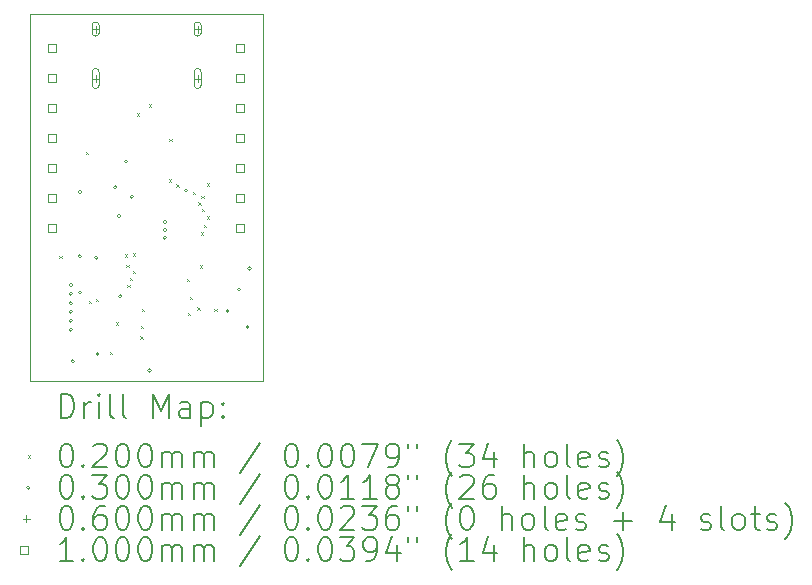
<source format=gbr>
%TF.GenerationSoftware,KiCad,Pcbnew,7.0.11-7.0.11~ubuntu22.04.1*%
%TF.CreationDate,2024-10-26T23:49:20+02:00*%
%TF.ProjectId,C6-40-Flash-test,43362d34-302d-4466-9c61-73682d746573,1.0*%
%TF.SameCoordinates,Original*%
%TF.FileFunction,Drillmap*%
%TF.FilePolarity,Positive*%
%FSLAX45Y45*%
G04 Gerber Fmt 4.5, Leading zero omitted, Abs format (unit mm)*
G04 Created by KiCad (PCBNEW 7.0.11-7.0.11~ubuntu22.04.1) date 2024-10-26 23:49:20*
%MOMM*%
%LPD*%
G01*
G04 APERTURE LIST*
%ADD10C,0.050000*%
%ADD11C,0.200000*%
%ADD12C,0.100000*%
G04 APERTURE END LIST*
D10*
X13235000Y-11269500D02*
X13235000Y-8163500D01*
X15207000Y-8163500D02*
X15207000Y-11269500D01*
X15207000Y-11269500D02*
X13235000Y-11269500D01*
X13235000Y-8163500D02*
X15207000Y-8163500D01*
D11*
D12*
X13480000Y-10210000D02*
X13500000Y-10230000D01*
X13500000Y-10210000D02*
X13480000Y-10230000D01*
X13705000Y-9332500D02*
X13725000Y-9352500D01*
X13725000Y-9332500D02*
X13705000Y-9352500D01*
X13730000Y-10596000D02*
X13750000Y-10616000D01*
X13750000Y-10596000D02*
X13730000Y-10616000D01*
X13788000Y-10577000D02*
X13808000Y-10597000D01*
X13808000Y-10577000D02*
X13788000Y-10597000D01*
X13910000Y-11025000D02*
X13930000Y-11045000D01*
X13930000Y-11025000D02*
X13910000Y-11045000D01*
X13959400Y-10775159D02*
X13979400Y-10795159D01*
X13979400Y-10775159D02*
X13959400Y-10795159D01*
X14035000Y-10198500D02*
X14055000Y-10218500D01*
X14055000Y-10198500D02*
X14035000Y-10218500D01*
X14049000Y-10288500D02*
X14069000Y-10308500D01*
X14069000Y-10288500D02*
X14049000Y-10308500D01*
X14056000Y-10458500D02*
X14076000Y-10478500D01*
X14076000Y-10458500D02*
X14056000Y-10478500D01*
X14075000Y-10401500D02*
X14095000Y-10421500D01*
X14095000Y-10401500D02*
X14075000Y-10421500D01*
X14104487Y-10190041D02*
X14124487Y-10210041D01*
X14124487Y-10190041D02*
X14104487Y-10210041D01*
X14105331Y-10338412D02*
X14125331Y-10358412D01*
X14125331Y-10338412D02*
X14105331Y-10358412D01*
X14136000Y-9005500D02*
X14156000Y-9025500D01*
X14156000Y-9005500D02*
X14136000Y-9025500D01*
X14165000Y-10895000D02*
X14185000Y-10915000D01*
X14185000Y-10895000D02*
X14165000Y-10915000D01*
X14168000Y-10803500D02*
X14188000Y-10823500D01*
X14188000Y-10803500D02*
X14168000Y-10823500D01*
X14181153Y-10660976D02*
X14201153Y-10680976D01*
X14201153Y-10660976D02*
X14181153Y-10680976D01*
X14238000Y-8931500D02*
X14258000Y-8951500D01*
X14258000Y-8931500D02*
X14238000Y-8951500D01*
X14410000Y-9565000D02*
X14430000Y-9585000D01*
X14430000Y-9565000D02*
X14410000Y-9585000D01*
X14411000Y-9220500D02*
X14431000Y-9240500D01*
X14431000Y-9220500D02*
X14411000Y-9240500D01*
X14471000Y-9607000D02*
X14491000Y-9627000D01*
X14491000Y-9607000D02*
X14471000Y-9627000D01*
X14560000Y-10410000D02*
X14580000Y-10430000D01*
X14580000Y-10410000D02*
X14560000Y-10430000D01*
X14567500Y-10696179D02*
X14587500Y-10716179D01*
X14587500Y-10696179D02*
X14567500Y-10716179D01*
X14586659Y-10561523D02*
X14606659Y-10581523D01*
X14606659Y-10561523D02*
X14586659Y-10581523D01*
X14611000Y-9671500D02*
X14631000Y-9691500D01*
X14631000Y-9671500D02*
X14611000Y-9691500D01*
X14650000Y-10650000D02*
X14670000Y-10670000D01*
X14670000Y-10650000D02*
X14650000Y-10670000D01*
X14658000Y-9759500D02*
X14678000Y-9779500D01*
X14678000Y-9759500D02*
X14658000Y-9779500D01*
X14668500Y-10292807D02*
X14688500Y-10312807D01*
X14688500Y-10292807D02*
X14668500Y-10312807D01*
X14677500Y-10012501D02*
X14697500Y-10032501D01*
X14697500Y-10012501D02*
X14677500Y-10032501D01*
X14684000Y-9705500D02*
X14704000Y-9725500D01*
X14704000Y-9705500D02*
X14684000Y-9725500D01*
X14688841Y-9814659D02*
X14708841Y-9834659D01*
X14708841Y-9814659D02*
X14688841Y-9834659D01*
X14706500Y-9948386D02*
X14726500Y-9968386D01*
X14726500Y-9948386D02*
X14706500Y-9968386D01*
X14727000Y-9598000D02*
X14747000Y-9618000D01*
X14747000Y-9598000D02*
X14727000Y-9618000D01*
X14728000Y-9877500D02*
X14748000Y-9897500D01*
X14748000Y-9877500D02*
X14728000Y-9897500D01*
X14792500Y-10662500D02*
X14812500Y-10682500D01*
X14812500Y-10662500D02*
X14792500Y-10682500D01*
X13592000Y-10685000D02*
G75*
G03*
X13562000Y-10685000I-15000J0D01*
G01*
X13562000Y-10685000D02*
G75*
G03*
X13592000Y-10685000I15000J0D01*
G01*
X13592000Y-10764000D02*
G75*
G03*
X13562000Y-10764000I-15000J0D01*
G01*
X13562000Y-10764000D02*
G75*
G03*
X13592000Y-10764000I15000J0D01*
G01*
X13593000Y-10535000D02*
G75*
G03*
X13563000Y-10535000I-15000J0D01*
G01*
X13563000Y-10535000D02*
G75*
G03*
X13593000Y-10535000I15000J0D01*
G01*
X13593000Y-10613000D02*
G75*
G03*
X13563000Y-10613000I-15000J0D01*
G01*
X13563000Y-10613000D02*
G75*
G03*
X13593000Y-10613000I15000J0D01*
G01*
X13593000Y-10838000D02*
G75*
G03*
X13563000Y-10838000I-15000J0D01*
G01*
X13563000Y-10838000D02*
G75*
G03*
X13593000Y-10838000I15000J0D01*
G01*
X13594000Y-10458000D02*
G75*
G03*
X13564000Y-10458000I-15000J0D01*
G01*
X13564000Y-10458000D02*
G75*
G03*
X13594000Y-10458000I15000J0D01*
G01*
X13609000Y-11104500D02*
G75*
G03*
X13579000Y-11104500I-15000J0D01*
G01*
X13579000Y-11104500D02*
G75*
G03*
X13609000Y-11104500I15000J0D01*
G01*
X13670000Y-9673500D02*
G75*
G03*
X13640000Y-9673500I-15000J0D01*
G01*
X13640000Y-9673500D02*
G75*
G03*
X13670000Y-9673500I15000J0D01*
G01*
X13670000Y-10216500D02*
G75*
G03*
X13640000Y-10216500I-15000J0D01*
G01*
X13640000Y-10216500D02*
G75*
G03*
X13670000Y-10216500I15000J0D01*
G01*
X13672000Y-10523500D02*
G75*
G03*
X13642000Y-10523500I-15000J0D01*
G01*
X13642000Y-10523500D02*
G75*
G03*
X13672000Y-10523500I15000J0D01*
G01*
X13808000Y-10229500D02*
G75*
G03*
X13778000Y-10229500I-15000J0D01*
G01*
X13778000Y-10229500D02*
G75*
G03*
X13808000Y-10229500I15000J0D01*
G01*
X13820000Y-11043500D02*
G75*
G03*
X13790000Y-11043500I-15000J0D01*
G01*
X13790000Y-11043500D02*
G75*
G03*
X13820000Y-11043500I15000J0D01*
G01*
X13968000Y-9631500D02*
G75*
G03*
X13938000Y-9631500I-15000J0D01*
G01*
X13938000Y-9631500D02*
G75*
G03*
X13968000Y-9631500I15000J0D01*
G01*
X13999462Y-9876038D02*
G75*
G03*
X13969462Y-9876038I-15000J0D01*
G01*
X13969462Y-9876038D02*
G75*
G03*
X13999462Y-9876038I15000J0D01*
G01*
X14011000Y-10554500D02*
G75*
G03*
X13981000Y-10554500I-15000J0D01*
G01*
X13981000Y-10554500D02*
G75*
G03*
X14011000Y-10554500I15000J0D01*
G01*
X14059000Y-9414500D02*
G75*
G03*
X14029000Y-9414500I-15000J0D01*
G01*
X14029000Y-9414500D02*
G75*
G03*
X14059000Y-9414500I15000J0D01*
G01*
X14109000Y-9712500D02*
G75*
G03*
X14079000Y-9712500I-15000J0D01*
G01*
X14079000Y-9712500D02*
G75*
G03*
X14109000Y-9712500I15000J0D01*
G01*
X14260000Y-11185000D02*
G75*
G03*
X14230000Y-11185000I-15000J0D01*
G01*
X14230000Y-11185000D02*
G75*
G03*
X14260000Y-11185000I15000J0D01*
G01*
X14389000Y-9925500D02*
G75*
G03*
X14359000Y-9925500I-15000J0D01*
G01*
X14359000Y-9925500D02*
G75*
G03*
X14389000Y-9925500I15000J0D01*
G01*
X14389000Y-10060500D02*
G75*
G03*
X14359000Y-10060500I-15000J0D01*
G01*
X14359000Y-10060500D02*
G75*
G03*
X14389000Y-10060500I15000J0D01*
G01*
X14390000Y-9993500D02*
G75*
G03*
X14360000Y-9993500I-15000J0D01*
G01*
X14360000Y-9993500D02*
G75*
G03*
X14390000Y-9993500I15000J0D01*
G01*
X14569000Y-9660500D02*
G75*
G03*
X14539000Y-9660500I-15000J0D01*
G01*
X14539000Y-9660500D02*
G75*
G03*
X14569000Y-9660500I15000J0D01*
G01*
X14920000Y-10680000D02*
G75*
G03*
X14890000Y-10680000I-15000J0D01*
G01*
X14890000Y-10680000D02*
G75*
G03*
X14920000Y-10680000I15000J0D01*
G01*
X15016788Y-10497500D02*
G75*
G03*
X14986788Y-10497500I-15000J0D01*
G01*
X14986788Y-10497500D02*
G75*
G03*
X15016788Y-10497500I15000J0D01*
G01*
X15090000Y-10815000D02*
G75*
G03*
X15060000Y-10815000I-15000J0D01*
G01*
X15060000Y-10815000D02*
G75*
G03*
X15090000Y-10815000I15000J0D01*
G01*
X15106000Y-10321500D02*
G75*
G03*
X15076000Y-10321500I-15000J0D01*
G01*
X15076000Y-10321500D02*
G75*
G03*
X15106000Y-10321500I15000J0D01*
G01*
X13787000Y-8263500D02*
X13787000Y-8323500D01*
X13757000Y-8293500D02*
X13817000Y-8293500D01*
X13817000Y-8323500D02*
X13817000Y-8263500D01*
X13817000Y-8263500D02*
G75*
G03*
X13757000Y-8263500I-30000J0D01*
G01*
X13757000Y-8263500D02*
X13757000Y-8323500D01*
X13757000Y-8323500D02*
G75*
G03*
X13817000Y-8323500I30000J0D01*
G01*
X13787000Y-8681500D02*
X13787000Y-8741500D01*
X13757000Y-8711500D02*
X13817000Y-8711500D01*
X13817000Y-8766500D02*
X13817000Y-8656500D01*
X13817000Y-8656500D02*
G75*
G03*
X13757000Y-8656500I-30000J0D01*
G01*
X13757000Y-8656500D02*
X13757000Y-8766500D01*
X13757000Y-8766500D02*
G75*
G03*
X13817000Y-8766500I30000J0D01*
G01*
X14651000Y-8263500D02*
X14651000Y-8323500D01*
X14621000Y-8293500D02*
X14681000Y-8293500D01*
X14681000Y-8323500D02*
X14681000Y-8263500D01*
X14681000Y-8263500D02*
G75*
G03*
X14621000Y-8263500I-30000J0D01*
G01*
X14621000Y-8263500D02*
X14621000Y-8323500D01*
X14621000Y-8323500D02*
G75*
G03*
X14681000Y-8323500I30000J0D01*
G01*
X14651000Y-8681500D02*
X14651000Y-8741500D01*
X14621000Y-8711500D02*
X14681000Y-8711500D01*
X14681000Y-8766500D02*
X14681000Y-8656500D01*
X14681000Y-8656500D02*
G75*
G03*
X14621000Y-8656500I-30000J0D01*
G01*
X14621000Y-8656500D02*
X14621000Y-8766500D01*
X14621000Y-8766500D02*
G75*
G03*
X14681000Y-8766500I30000J0D01*
G01*
X13454356Y-8485856D02*
X13454356Y-8415144D01*
X13383644Y-8415144D01*
X13383644Y-8485856D01*
X13454356Y-8485856D01*
X13454356Y-8739856D02*
X13454356Y-8669144D01*
X13383644Y-8669144D01*
X13383644Y-8739856D01*
X13454356Y-8739856D01*
X13454356Y-8993856D02*
X13454356Y-8923144D01*
X13383644Y-8923144D01*
X13383644Y-8993856D01*
X13454356Y-8993856D01*
X13454356Y-9247856D02*
X13454356Y-9177144D01*
X13383644Y-9177144D01*
X13383644Y-9247856D01*
X13454356Y-9247856D01*
X13454356Y-9501856D02*
X13454356Y-9431144D01*
X13383644Y-9431144D01*
X13383644Y-9501856D01*
X13454356Y-9501856D01*
X13454356Y-9755856D02*
X13454356Y-9685144D01*
X13383644Y-9685144D01*
X13383644Y-9755856D01*
X13454356Y-9755856D01*
X13454356Y-10009856D02*
X13454356Y-9939144D01*
X13383644Y-9939144D01*
X13383644Y-10009856D01*
X13454356Y-10009856D01*
X15045356Y-8485856D02*
X15045356Y-8415144D01*
X14974644Y-8415144D01*
X14974644Y-8485856D01*
X15045356Y-8485856D01*
X15045356Y-8739856D02*
X15045356Y-8669144D01*
X14974644Y-8669144D01*
X14974644Y-8739856D01*
X15045356Y-8739856D01*
X15045356Y-8993856D02*
X15045356Y-8923144D01*
X14974644Y-8923144D01*
X14974644Y-8993856D01*
X15045356Y-8993856D01*
X15045356Y-9247856D02*
X15045356Y-9177144D01*
X14974644Y-9177144D01*
X14974644Y-9247856D01*
X15045356Y-9247856D01*
X15045356Y-9501856D02*
X15045356Y-9431144D01*
X14974644Y-9431144D01*
X14974644Y-9501856D01*
X15045356Y-9501856D01*
X15045356Y-9755856D02*
X15045356Y-9685144D01*
X14974644Y-9685144D01*
X14974644Y-9755856D01*
X15045356Y-9755856D01*
X15045356Y-10009856D02*
X15045356Y-9939144D01*
X14974644Y-9939144D01*
X14974644Y-10009856D01*
X15045356Y-10009856D01*
D11*
X13493277Y-11583484D02*
X13493277Y-11383484D01*
X13493277Y-11383484D02*
X13540896Y-11383484D01*
X13540896Y-11383484D02*
X13569467Y-11393008D01*
X13569467Y-11393008D02*
X13588515Y-11412055D01*
X13588515Y-11412055D02*
X13598039Y-11431103D01*
X13598039Y-11431103D02*
X13607562Y-11469198D01*
X13607562Y-11469198D02*
X13607562Y-11497769D01*
X13607562Y-11497769D02*
X13598039Y-11535865D01*
X13598039Y-11535865D02*
X13588515Y-11554912D01*
X13588515Y-11554912D02*
X13569467Y-11573960D01*
X13569467Y-11573960D02*
X13540896Y-11583484D01*
X13540896Y-11583484D02*
X13493277Y-11583484D01*
X13693277Y-11583484D02*
X13693277Y-11450150D01*
X13693277Y-11488246D02*
X13702801Y-11469198D01*
X13702801Y-11469198D02*
X13712324Y-11459674D01*
X13712324Y-11459674D02*
X13731372Y-11450150D01*
X13731372Y-11450150D02*
X13750420Y-11450150D01*
X13817086Y-11583484D02*
X13817086Y-11450150D01*
X13817086Y-11383484D02*
X13807562Y-11393008D01*
X13807562Y-11393008D02*
X13817086Y-11402531D01*
X13817086Y-11402531D02*
X13826610Y-11393008D01*
X13826610Y-11393008D02*
X13817086Y-11383484D01*
X13817086Y-11383484D02*
X13817086Y-11402531D01*
X13940896Y-11583484D02*
X13921848Y-11573960D01*
X13921848Y-11573960D02*
X13912324Y-11554912D01*
X13912324Y-11554912D02*
X13912324Y-11383484D01*
X14045658Y-11583484D02*
X14026610Y-11573960D01*
X14026610Y-11573960D02*
X14017086Y-11554912D01*
X14017086Y-11554912D02*
X14017086Y-11383484D01*
X14274229Y-11583484D02*
X14274229Y-11383484D01*
X14274229Y-11383484D02*
X14340896Y-11526341D01*
X14340896Y-11526341D02*
X14407562Y-11383484D01*
X14407562Y-11383484D02*
X14407562Y-11583484D01*
X14588515Y-11583484D02*
X14588515Y-11478722D01*
X14588515Y-11478722D02*
X14578991Y-11459674D01*
X14578991Y-11459674D02*
X14559943Y-11450150D01*
X14559943Y-11450150D02*
X14521848Y-11450150D01*
X14521848Y-11450150D02*
X14502801Y-11459674D01*
X14588515Y-11573960D02*
X14569467Y-11583484D01*
X14569467Y-11583484D02*
X14521848Y-11583484D01*
X14521848Y-11583484D02*
X14502801Y-11573960D01*
X14502801Y-11573960D02*
X14493277Y-11554912D01*
X14493277Y-11554912D02*
X14493277Y-11535865D01*
X14493277Y-11535865D02*
X14502801Y-11516817D01*
X14502801Y-11516817D02*
X14521848Y-11507293D01*
X14521848Y-11507293D02*
X14569467Y-11507293D01*
X14569467Y-11507293D02*
X14588515Y-11497769D01*
X14683753Y-11450150D02*
X14683753Y-11650150D01*
X14683753Y-11459674D02*
X14702801Y-11450150D01*
X14702801Y-11450150D02*
X14740896Y-11450150D01*
X14740896Y-11450150D02*
X14759943Y-11459674D01*
X14759943Y-11459674D02*
X14769467Y-11469198D01*
X14769467Y-11469198D02*
X14778991Y-11488246D01*
X14778991Y-11488246D02*
X14778991Y-11545388D01*
X14778991Y-11545388D02*
X14769467Y-11564436D01*
X14769467Y-11564436D02*
X14759943Y-11573960D01*
X14759943Y-11573960D02*
X14740896Y-11583484D01*
X14740896Y-11583484D02*
X14702801Y-11583484D01*
X14702801Y-11583484D02*
X14683753Y-11573960D01*
X14864705Y-11564436D02*
X14874229Y-11573960D01*
X14874229Y-11573960D02*
X14864705Y-11583484D01*
X14864705Y-11583484D02*
X14855182Y-11573960D01*
X14855182Y-11573960D02*
X14864705Y-11564436D01*
X14864705Y-11564436D02*
X14864705Y-11583484D01*
X14864705Y-11459674D02*
X14874229Y-11469198D01*
X14874229Y-11469198D02*
X14864705Y-11478722D01*
X14864705Y-11478722D02*
X14855182Y-11469198D01*
X14855182Y-11469198D02*
X14864705Y-11459674D01*
X14864705Y-11459674D02*
X14864705Y-11478722D01*
D12*
X13212500Y-11902000D02*
X13232500Y-11922000D01*
X13232500Y-11902000D02*
X13212500Y-11922000D01*
D11*
X13531372Y-11803484D02*
X13550420Y-11803484D01*
X13550420Y-11803484D02*
X13569467Y-11813008D01*
X13569467Y-11813008D02*
X13578991Y-11822531D01*
X13578991Y-11822531D02*
X13588515Y-11841579D01*
X13588515Y-11841579D02*
X13598039Y-11879674D01*
X13598039Y-11879674D02*
X13598039Y-11927293D01*
X13598039Y-11927293D02*
X13588515Y-11965388D01*
X13588515Y-11965388D02*
X13578991Y-11984436D01*
X13578991Y-11984436D02*
X13569467Y-11993960D01*
X13569467Y-11993960D02*
X13550420Y-12003484D01*
X13550420Y-12003484D02*
X13531372Y-12003484D01*
X13531372Y-12003484D02*
X13512324Y-11993960D01*
X13512324Y-11993960D02*
X13502801Y-11984436D01*
X13502801Y-11984436D02*
X13493277Y-11965388D01*
X13493277Y-11965388D02*
X13483753Y-11927293D01*
X13483753Y-11927293D02*
X13483753Y-11879674D01*
X13483753Y-11879674D02*
X13493277Y-11841579D01*
X13493277Y-11841579D02*
X13502801Y-11822531D01*
X13502801Y-11822531D02*
X13512324Y-11813008D01*
X13512324Y-11813008D02*
X13531372Y-11803484D01*
X13683753Y-11984436D02*
X13693277Y-11993960D01*
X13693277Y-11993960D02*
X13683753Y-12003484D01*
X13683753Y-12003484D02*
X13674229Y-11993960D01*
X13674229Y-11993960D02*
X13683753Y-11984436D01*
X13683753Y-11984436D02*
X13683753Y-12003484D01*
X13769467Y-11822531D02*
X13778991Y-11813008D01*
X13778991Y-11813008D02*
X13798039Y-11803484D01*
X13798039Y-11803484D02*
X13845658Y-11803484D01*
X13845658Y-11803484D02*
X13864705Y-11813008D01*
X13864705Y-11813008D02*
X13874229Y-11822531D01*
X13874229Y-11822531D02*
X13883753Y-11841579D01*
X13883753Y-11841579D02*
X13883753Y-11860627D01*
X13883753Y-11860627D02*
X13874229Y-11889198D01*
X13874229Y-11889198D02*
X13759943Y-12003484D01*
X13759943Y-12003484D02*
X13883753Y-12003484D01*
X14007562Y-11803484D02*
X14026610Y-11803484D01*
X14026610Y-11803484D02*
X14045658Y-11813008D01*
X14045658Y-11813008D02*
X14055182Y-11822531D01*
X14055182Y-11822531D02*
X14064705Y-11841579D01*
X14064705Y-11841579D02*
X14074229Y-11879674D01*
X14074229Y-11879674D02*
X14074229Y-11927293D01*
X14074229Y-11927293D02*
X14064705Y-11965388D01*
X14064705Y-11965388D02*
X14055182Y-11984436D01*
X14055182Y-11984436D02*
X14045658Y-11993960D01*
X14045658Y-11993960D02*
X14026610Y-12003484D01*
X14026610Y-12003484D02*
X14007562Y-12003484D01*
X14007562Y-12003484D02*
X13988515Y-11993960D01*
X13988515Y-11993960D02*
X13978991Y-11984436D01*
X13978991Y-11984436D02*
X13969467Y-11965388D01*
X13969467Y-11965388D02*
X13959943Y-11927293D01*
X13959943Y-11927293D02*
X13959943Y-11879674D01*
X13959943Y-11879674D02*
X13969467Y-11841579D01*
X13969467Y-11841579D02*
X13978991Y-11822531D01*
X13978991Y-11822531D02*
X13988515Y-11813008D01*
X13988515Y-11813008D02*
X14007562Y-11803484D01*
X14198039Y-11803484D02*
X14217086Y-11803484D01*
X14217086Y-11803484D02*
X14236134Y-11813008D01*
X14236134Y-11813008D02*
X14245658Y-11822531D01*
X14245658Y-11822531D02*
X14255182Y-11841579D01*
X14255182Y-11841579D02*
X14264705Y-11879674D01*
X14264705Y-11879674D02*
X14264705Y-11927293D01*
X14264705Y-11927293D02*
X14255182Y-11965388D01*
X14255182Y-11965388D02*
X14245658Y-11984436D01*
X14245658Y-11984436D02*
X14236134Y-11993960D01*
X14236134Y-11993960D02*
X14217086Y-12003484D01*
X14217086Y-12003484D02*
X14198039Y-12003484D01*
X14198039Y-12003484D02*
X14178991Y-11993960D01*
X14178991Y-11993960D02*
X14169467Y-11984436D01*
X14169467Y-11984436D02*
X14159943Y-11965388D01*
X14159943Y-11965388D02*
X14150420Y-11927293D01*
X14150420Y-11927293D02*
X14150420Y-11879674D01*
X14150420Y-11879674D02*
X14159943Y-11841579D01*
X14159943Y-11841579D02*
X14169467Y-11822531D01*
X14169467Y-11822531D02*
X14178991Y-11813008D01*
X14178991Y-11813008D02*
X14198039Y-11803484D01*
X14350420Y-12003484D02*
X14350420Y-11870150D01*
X14350420Y-11889198D02*
X14359943Y-11879674D01*
X14359943Y-11879674D02*
X14378991Y-11870150D01*
X14378991Y-11870150D02*
X14407563Y-11870150D01*
X14407563Y-11870150D02*
X14426610Y-11879674D01*
X14426610Y-11879674D02*
X14436134Y-11898722D01*
X14436134Y-11898722D02*
X14436134Y-12003484D01*
X14436134Y-11898722D02*
X14445658Y-11879674D01*
X14445658Y-11879674D02*
X14464705Y-11870150D01*
X14464705Y-11870150D02*
X14493277Y-11870150D01*
X14493277Y-11870150D02*
X14512324Y-11879674D01*
X14512324Y-11879674D02*
X14521848Y-11898722D01*
X14521848Y-11898722D02*
X14521848Y-12003484D01*
X14617086Y-12003484D02*
X14617086Y-11870150D01*
X14617086Y-11889198D02*
X14626610Y-11879674D01*
X14626610Y-11879674D02*
X14645658Y-11870150D01*
X14645658Y-11870150D02*
X14674229Y-11870150D01*
X14674229Y-11870150D02*
X14693277Y-11879674D01*
X14693277Y-11879674D02*
X14702801Y-11898722D01*
X14702801Y-11898722D02*
X14702801Y-12003484D01*
X14702801Y-11898722D02*
X14712324Y-11879674D01*
X14712324Y-11879674D02*
X14731372Y-11870150D01*
X14731372Y-11870150D02*
X14759943Y-11870150D01*
X14759943Y-11870150D02*
X14778991Y-11879674D01*
X14778991Y-11879674D02*
X14788515Y-11898722D01*
X14788515Y-11898722D02*
X14788515Y-12003484D01*
X15178991Y-11793960D02*
X15007563Y-12051103D01*
X15436134Y-11803484D02*
X15455182Y-11803484D01*
X15455182Y-11803484D02*
X15474229Y-11813008D01*
X15474229Y-11813008D02*
X15483753Y-11822531D01*
X15483753Y-11822531D02*
X15493277Y-11841579D01*
X15493277Y-11841579D02*
X15502801Y-11879674D01*
X15502801Y-11879674D02*
X15502801Y-11927293D01*
X15502801Y-11927293D02*
X15493277Y-11965388D01*
X15493277Y-11965388D02*
X15483753Y-11984436D01*
X15483753Y-11984436D02*
X15474229Y-11993960D01*
X15474229Y-11993960D02*
X15455182Y-12003484D01*
X15455182Y-12003484D02*
X15436134Y-12003484D01*
X15436134Y-12003484D02*
X15417086Y-11993960D01*
X15417086Y-11993960D02*
X15407563Y-11984436D01*
X15407563Y-11984436D02*
X15398039Y-11965388D01*
X15398039Y-11965388D02*
X15388515Y-11927293D01*
X15388515Y-11927293D02*
X15388515Y-11879674D01*
X15388515Y-11879674D02*
X15398039Y-11841579D01*
X15398039Y-11841579D02*
X15407563Y-11822531D01*
X15407563Y-11822531D02*
X15417086Y-11813008D01*
X15417086Y-11813008D02*
X15436134Y-11803484D01*
X15588515Y-11984436D02*
X15598039Y-11993960D01*
X15598039Y-11993960D02*
X15588515Y-12003484D01*
X15588515Y-12003484D02*
X15578991Y-11993960D01*
X15578991Y-11993960D02*
X15588515Y-11984436D01*
X15588515Y-11984436D02*
X15588515Y-12003484D01*
X15721848Y-11803484D02*
X15740896Y-11803484D01*
X15740896Y-11803484D02*
X15759944Y-11813008D01*
X15759944Y-11813008D02*
X15769467Y-11822531D01*
X15769467Y-11822531D02*
X15778991Y-11841579D01*
X15778991Y-11841579D02*
X15788515Y-11879674D01*
X15788515Y-11879674D02*
X15788515Y-11927293D01*
X15788515Y-11927293D02*
X15778991Y-11965388D01*
X15778991Y-11965388D02*
X15769467Y-11984436D01*
X15769467Y-11984436D02*
X15759944Y-11993960D01*
X15759944Y-11993960D02*
X15740896Y-12003484D01*
X15740896Y-12003484D02*
X15721848Y-12003484D01*
X15721848Y-12003484D02*
X15702801Y-11993960D01*
X15702801Y-11993960D02*
X15693277Y-11984436D01*
X15693277Y-11984436D02*
X15683753Y-11965388D01*
X15683753Y-11965388D02*
X15674229Y-11927293D01*
X15674229Y-11927293D02*
X15674229Y-11879674D01*
X15674229Y-11879674D02*
X15683753Y-11841579D01*
X15683753Y-11841579D02*
X15693277Y-11822531D01*
X15693277Y-11822531D02*
X15702801Y-11813008D01*
X15702801Y-11813008D02*
X15721848Y-11803484D01*
X15912325Y-11803484D02*
X15931372Y-11803484D01*
X15931372Y-11803484D02*
X15950420Y-11813008D01*
X15950420Y-11813008D02*
X15959944Y-11822531D01*
X15959944Y-11822531D02*
X15969467Y-11841579D01*
X15969467Y-11841579D02*
X15978991Y-11879674D01*
X15978991Y-11879674D02*
X15978991Y-11927293D01*
X15978991Y-11927293D02*
X15969467Y-11965388D01*
X15969467Y-11965388D02*
X15959944Y-11984436D01*
X15959944Y-11984436D02*
X15950420Y-11993960D01*
X15950420Y-11993960D02*
X15931372Y-12003484D01*
X15931372Y-12003484D02*
X15912325Y-12003484D01*
X15912325Y-12003484D02*
X15893277Y-11993960D01*
X15893277Y-11993960D02*
X15883753Y-11984436D01*
X15883753Y-11984436D02*
X15874229Y-11965388D01*
X15874229Y-11965388D02*
X15864706Y-11927293D01*
X15864706Y-11927293D02*
X15864706Y-11879674D01*
X15864706Y-11879674D02*
X15874229Y-11841579D01*
X15874229Y-11841579D02*
X15883753Y-11822531D01*
X15883753Y-11822531D02*
X15893277Y-11813008D01*
X15893277Y-11813008D02*
X15912325Y-11803484D01*
X16045658Y-11803484D02*
X16178991Y-11803484D01*
X16178991Y-11803484D02*
X16093277Y-12003484D01*
X16264706Y-12003484D02*
X16302801Y-12003484D01*
X16302801Y-12003484D02*
X16321848Y-11993960D01*
X16321848Y-11993960D02*
X16331372Y-11984436D01*
X16331372Y-11984436D02*
X16350420Y-11955865D01*
X16350420Y-11955865D02*
X16359944Y-11917769D01*
X16359944Y-11917769D02*
X16359944Y-11841579D01*
X16359944Y-11841579D02*
X16350420Y-11822531D01*
X16350420Y-11822531D02*
X16340896Y-11813008D01*
X16340896Y-11813008D02*
X16321848Y-11803484D01*
X16321848Y-11803484D02*
X16283753Y-11803484D01*
X16283753Y-11803484D02*
X16264706Y-11813008D01*
X16264706Y-11813008D02*
X16255182Y-11822531D01*
X16255182Y-11822531D02*
X16245658Y-11841579D01*
X16245658Y-11841579D02*
X16245658Y-11889198D01*
X16245658Y-11889198D02*
X16255182Y-11908246D01*
X16255182Y-11908246D02*
X16264706Y-11917769D01*
X16264706Y-11917769D02*
X16283753Y-11927293D01*
X16283753Y-11927293D02*
X16321848Y-11927293D01*
X16321848Y-11927293D02*
X16340896Y-11917769D01*
X16340896Y-11917769D02*
X16350420Y-11908246D01*
X16350420Y-11908246D02*
X16359944Y-11889198D01*
X16436134Y-11803484D02*
X16436134Y-11841579D01*
X16512325Y-11803484D02*
X16512325Y-11841579D01*
X16807563Y-12079674D02*
X16798039Y-12070150D01*
X16798039Y-12070150D02*
X16778991Y-12041579D01*
X16778991Y-12041579D02*
X16769468Y-12022531D01*
X16769468Y-12022531D02*
X16759944Y-11993960D01*
X16759944Y-11993960D02*
X16750420Y-11946341D01*
X16750420Y-11946341D02*
X16750420Y-11908246D01*
X16750420Y-11908246D02*
X16759944Y-11860627D01*
X16759944Y-11860627D02*
X16769468Y-11832055D01*
X16769468Y-11832055D02*
X16778991Y-11813008D01*
X16778991Y-11813008D02*
X16798039Y-11784436D01*
X16798039Y-11784436D02*
X16807563Y-11774912D01*
X16864706Y-11803484D02*
X16988515Y-11803484D01*
X16988515Y-11803484D02*
X16921849Y-11879674D01*
X16921849Y-11879674D02*
X16950420Y-11879674D01*
X16950420Y-11879674D02*
X16969468Y-11889198D01*
X16969468Y-11889198D02*
X16978991Y-11898722D01*
X16978991Y-11898722D02*
X16988515Y-11917769D01*
X16988515Y-11917769D02*
X16988515Y-11965388D01*
X16988515Y-11965388D02*
X16978991Y-11984436D01*
X16978991Y-11984436D02*
X16969468Y-11993960D01*
X16969468Y-11993960D02*
X16950420Y-12003484D01*
X16950420Y-12003484D02*
X16893277Y-12003484D01*
X16893277Y-12003484D02*
X16874230Y-11993960D01*
X16874230Y-11993960D02*
X16864706Y-11984436D01*
X17159944Y-11870150D02*
X17159944Y-12003484D01*
X17112325Y-11793960D02*
X17064706Y-11936817D01*
X17064706Y-11936817D02*
X17188515Y-11936817D01*
X17417087Y-12003484D02*
X17417087Y-11803484D01*
X17502801Y-12003484D02*
X17502801Y-11898722D01*
X17502801Y-11898722D02*
X17493277Y-11879674D01*
X17493277Y-11879674D02*
X17474230Y-11870150D01*
X17474230Y-11870150D02*
X17445658Y-11870150D01*
X17445658Y-11870150D02*
X17426611Y-11879674D01*
X17426611Y-11879674D02*
X17417087Y-11889198D01*
X17626611Y-12003484D02*
X17607563Y-11993960D01*
X17607563Y-11993960D02*
X17598039Y-11984436D01*
X17598039Y-11984436D02*
X17588515Y-11965388D01*
X17588515Y-11965388D02*
X17588515Y-11908246D01*
X17588515Y-11908246D02*
X17598039Y-11889198D01*
X17598039Y-11889198D02*
X17607563Y-11879674D01*
X17607563Y-11879674D02*
X17626611Y-11870150D01*
X17626611Y-11870150D02*
X17655182Y-11870150D01*
X17655182Y-11870150D02*
X17674230Y-11879674D01*
X17674230Y-11879674D02*
X17683753Y-11889198D01*
X17683753Y-11889198D02*
X17693277Y-11908246D01*
X17693277Y-11908246D02*
X17693277Y-11965388D01*
X17693277Y-11965388D02*
X17683753Y-11984436D01*
X17683753Y-11984436D02*
X17674230Y-11993960D01*
X17674230Y-11993960D02*
X17655182Y-12003484D01*
X17655182Y-12003484D02*
X17626611Y-12003484D01*
X17807563Y-12003484D02*
X17788515Y-11993960D01*
X17788515Y-11993960D02*
X17778992Y-11974912D01*
X17778992Y-11974912D02*
X17778992Y-11803484D01*
X17959944Y-11993960D02*
X17940896Y-12003484D01*
X17940896Y-12003484D02*
X17902801Y-12003484D01*
X17902801Y-12003484D02*
X17883753Y-11993960D01*
X17883753Y-11993960D02*
X17874230Y-11974912D01*
X17874230Y-11974912D02*
X17874230Y-11898722D01*
X17874230Y-11898722D02*
X17883753Y-11879674D01*
X17883753Y-11879674D02*
X17902801Y-11870150D01*
X17902801Y-11870150D02*
X17940896Y-11870150D01*
X17940896Y-11870150D02*
X17959944Y-11879674D01*
X17959944Y-11879674D02*
X17969468Y-11898722D01*
X17969468Y-11898722D02*
X17969468Y-11917769D01*
X17969468Y-11917769D02*
X17874230Y-11936817D01*
X18045658Y-11993960D02*
X18064706Y-12003484D01*
X18064706Y-12003484D02*
X18102801Y-12003484D01*
X18102801Y-12003484D02*
X18121849Y-11993960D01*
X18121849Y-11993960D02*
X18131373Y-11974912D01*
X18131373Y-11974912D02*
X18131373Y-11965388D01*
X18131373Y-11965388D02*
X18121849Y-11946341D01*
X18121849Y-11946341D02*
X18102801Y-11936817D01*
X18102801Y-11936817D02*
X18074230Y-11936817D01*
X18074230Y-11936817D02*
X18055182Y-11927293D01*
X18055182Y-11927293D02*
X18045658Y-11908246D01*
X18045658Y-11908246D02*
X18045658Y-11898722D01*
X18045658Y-11898722D02*
X18055182Y-11879674D01*
X18055182Y-11879674D02*
X18074230Y-11870150D01*
X18074230Y-11870150D02*
X18102801Y-11870150D01*
X18102801Y-11870150D02*
X18121849Y-11879674D01*
X18198039Y-12079674D02*
X18207563Y-12070150D01*
X18207563Y-12070150D02*
X18226611Y-12041579D01*
X18226611Y-12041579D02*
X18236134Y-12022531D01*
X18236134Y-12022531D02*
X18245658Y-11993960D01*
X18245658Y-11993960D02*
X18255182Y-11946341D01*
X18255182Y-11946341D02*
X18255182Y-11908246D01*
X18255182Y-11908246D02*
X18245658Y-11860627D01*
X18245658Y-11860627D02*
X18236134Y-11832055D01*
X18236134Y-11832055D02*
X18226611Y-11813008D01*
X18226611Y-11813008D02*
X18207563Y-11784436D01*
X18207563Y-11784436D02*
X18198039Y-11774912D01*
D12*
X13232500Y-12176000D02*
G75*
G03*
X13202500Y-12176000I-15000J0D01*
G01*
X13202500Y-12176000D02*
G75*
G03*
X13232500Y-12176000I15000J0D01*
G01*
D11*
X13531372Y-12067484D02*
X13550420Y-12067484D01*
X13550420Y-12067484D02*
X13569467Y-12077008D01*
X13569467Y-12077008D02*
X13578991Y-12086531D01*
X13578991Y-12086531D02*
X13588515Y-12105579D01*
X13588515Y-12105579D02*
X13598039Y-12143674D01*
X13598039Y-12143674D02*
X13598039Y-12191293D01*
X13598039Y-12191293D02*
X13588515Y-12229388D01*
X13588515Y-12229388D02*
X13578991Y-12248436D01*
X13578991Y-12248436D02*
X13569467Y-12257960D01*
X13569467Y-12257960D02*
X13550420Y-12267484D01*
X13550420Y-12267484D02*
X13531372Y-12267484D01*
X13531372Y-12267484D02*
X13512324Y-12257960D01*
X13512324Y-12257960D02*
X13502801Y-12248436D01*
X13502801Y-12248436D02*
X13493277Y-12229388D01*
X13493277Y-12229388D02*
X13483753Y-12191293D01*
X13483753Y-12191293D02*
X13483753Y-12143674D01*
X13483753Y-12143674D02*
X13493277Y-12105579D01*
X13493277Y-12105579D02*
X13502801Y-12086531D01*
X13502801Y-12086531D02*
X13512324Y-12077008D01*
X13512324Y-12077008D02*
X13531372Y-12067484D01*
X13683753Y-12248436D02*
X13693277Y-12257960D01*
X13693277Y-12257960D02*
X13683753Y-12267484D01*
X13683753Y-12267484D02*
X13674229Y-12257960D01*
X13674229Y-12257960D02*
X13683753Y-12248436D01*
X13683753Y-12248436D02*
X13683753Y-12267484D01*
X13759943Y-12067484D02*
X13883753Y-12067484D01*
X13883753Y-12067484D02*
X13817086Y-12143674D01*
X13817086Y-12143674D02*
X13845658Y-12143674D01*
X13845658Y-12143674D02*
X13864705Y-12153198D01*
X13864705Y-12153198D02*
X13874229Y-12162722D01*
X13874229Y-12162722D02*
X13883753Y-12181769D01*
X13883753Y-12181769D02*
X13883753Y-12229388D01*
X13883753Y-12229388D02*
X13874229Y-12248436D01*
X13874229Y-12248436D02*
X13864705Y-12257960D01*
X13864705Y-12257960D02*
X13845658Y-12267484D01*
X13845658Y-12267484D02*
X13788515Y-12267484D01*
X13788515Y-12267484D02*
X13769467Y-12257960D01*
X13769467Y-12257960D02*
X13759943Y-12248436D01*
X14007562Y-12067484D02*
X14026610Y-12067484D01*
X14026610Y-12067484D02*
X14045658Y-12077008D01*
X14045658Y-12077008D02*
X14055182Y-12086531D01*
X14055182Y-12086531D02*
X14064705Y-12105579D01*
X14064705Y-12105579D02*
X14074229Y-12143674D01*
X14074229Y-12143674D02*
X14074229Y-12191293D01*
X14074229Y-12191293D02*
X14064705Y-12229388D01*
X14064705Y-12229388D02*
X14055182Y-12248436D01*
X14055182Y-12248436D02*
X14045658Y-12257960D01*
X14045658Y-12257960D02*
X14026610Y-12267484D01*
X14026610Y-12267484D02*
X14007562Y-12267484D01*
X14007562Y-12267484D02*
X13988515Y-12257960D01*
X13988515Y-12257960D02*
X13978991Y-12248436D01*
X13978991Y-12248436D02*
X13969467Y-12229388D01*
X13969467Y-12229388D02*
X13959943Y-12191293D01*
X13959943Y-12191293D02*
X13959943Y-12143674D01*
X13959943Y-12143674D02*
X13969467Y-12105579D01*
X13969467Y-12105579D02*
X13978991Y-12086531D01*
X13978991Y-12086531D02*
X13988515Y-12077008D01*
X13988515Y-12077008D02*
X14007562Y-12067484D01*
X14198039Y-12067484D02*
X14217086Y-12067484D01*
X14217086Y-12067484D02*
X14236134Y-12077008D01*
X14236134Y-12077008D02*
X14245658Y-12086531D01*
X14245658Y-12086531D02*
X14255182Y-12105579D01*
X14255182Y-12105579D02*
X14264705Y-12143674D01*
X14264705Y-12143674D02*
X14264705Y-12191293D01*
X14264705Y-12191293D02*
X14255182Y-12229388D01*
X14255182Y-12229388D02*
X14245658Y-12248436D01*
X14245658Y-12248436D02*
X14236134Y-12257960D01*
X14236134Y-12257960D02*
X14217086Y-12267484D01*
X14217086Y-12267484D02*
X14198039Y-12267484D01*
X14198039Y-12267484D02*
X14178991Y-12257960D01*
X14178991Y-12257960D02*
X14169467Y-12248436D01*
X14169467Y-12248436D02*
X14159943Y-12229388D01*
X14159943Y-12229388D02*
X14150420Y-12191293D01*
X14150420Y-12191293D02*
X14150420Y-12143674D01*
X14150420Y-12143674D02*
X14159943Y-12105579D01*
X14159943Y-12105579D02*
X14169467Y-12086531D01*
X14169467Y-12086531D02*
X14178991Y-12077008D01*
X14178991Y-12077008D02*
X14198039Y-12067484D01*
X14350420Y-12267484D02*
X14350420Y-12134150D01*
X14350420Y-12153198D02*
X14359943Y-12143674D01*
X14359943Y-12143674D02*
X14378991Y-12134150D01*
X14378991Y-12134150D02*
X14407563Y-12134150D01*
X14407563Y-12134150D02*
X14426610Y-12143674D01*
X14426610Y-12143674D02*
X14436134Y-12162722D01*
X14436134Y-12162722D02*
X14436134Y-12267484D01*
X14436134Y-12162722D02*
X14445658Y-12143674D01*
X14445658Y-12143674D02*
X14464705Y-12134150D01*
X14464705Y-12134150D02*
X14493277Y-12134150D01*
X14493277Y-12134150D02*
X14512324Y-12143674D01*
X14512324Y-12143674D02*
X14521848Y-12162722D01*
X14521848Y-12162722D02*
X14521848Y-12267484D01*
X14617086Y-12267484D02*
X14617086Y-12134150D01*
X14617086Y-12153198D02*
X14626610Y-12143674D01*
X14626610Y-12143674D02*
X14645658Y-12134150D01*
X14645658Y-12134150D02*
X14674229Y-12134150D01*
X14674229Y-12134150D02*
X14693277Y-12143674D01*
X14693277Y-12143674D02*
X14702801Y-12162722D01*
X14702801Y-12162722D02*
X14702801Y-12267484D01*
X14702801Y-12162722D02*
X14712324Y-12143674D01*
X14712324Y-12143674D02*
X14731372Y-12134150D01*
X14731372Y-12134150D02*
X14759943Y-12134150D01*
X14759943Y-12134150D02*
X14778991Y-12143674D01*
X14778991Y-12143674D02*
X14788515Y-12162722D01*
X14788515Y-12162722D02*
X14788515Y-12267484D01*
X15178991Y-12057960D02*
X15007563Y-12315103D01*
X15436134Y-12067484D02*
X15455182Y-12067484D01*
X15455182Y-12067484D02*
X15474229Y-12077008D01*
X15474229Y-12077008D02*
X15483753Y-12086531D01*
X15483753Y-12086531D02*
X15493277Y-12105579D01*
X15493277Y-12105579D02*
X15502801Y-12143674D01*
X15502801Y-12143674D02*
X15502801Y-12191293D01*
X15502801Y-12191293D02*
X15493277Y-12229388D01*
X15493277Y-12229388D02*
X15483753Y-12248436D01*
X15483753Y-12248436D02*
X15474229Y-12257960D01*
X15474229Y-12257960D02*
X15455182Y-12267484D01*
X15455182Y-12267484D02*
X15436134Y-12267484D01*
X15436134Y-12267484D02*
X15417086Y-12257960D01*
X15417086Y-12257960D02*
X15407563Y-12248436D01*
X15407563Y-12248436D02*
X15398039Y-12229388D01*
X15398039Y-12229388D02*
X15388515Y-12191293D01*
X15388515Y-12191293D02*
X15388515Y-12143674D01*
X15388515Y-12143674D02*
X15398039Y-12105579D01*
X15398039Y-12105579D02*
X15407563Y-12086531D01*
X15407563Y-12086531D02*
X15417086Y-12077008D01*
X15417086Y-12077008D02*
X15436134Y-12067484D01*
X15588515Y-12248436D02*
X15598039Y-12257960D01*
X15598039Y-12257960D02*
X15588515Y-12267484D01*
X15588515Y-12267484D02*
X15578991Y-12257960D01*
X15578991Y-12257960D02*
X15588515Y-12248436D01*
X15588515Y-12248436D02*
X15588515Y-12267484D01*
X15721848Y-12067484D02*
X15740896Y-12067484D01*
X15740896Y-12067484D02*
X15759944Y-12077008D01*
X15759944Y-12077008D02*
X15769467Y-12086531D01*
X15769467Y-12086531D02*
X15778991Y-12105579D01*
X15778991Y-12105579D02*
X15788515Y-12143674D01*
X15788515Y-12143674D02*
X15788515Y-12191293D01*
X15788515Y-12191293D02*
X15778991Y-12229388D01*
X15778991Y-12229388D02*
X15769467Y-12248436D01*
X15769467Y-12248436D02*
X15759944Y-12257960D01*
X15759944Y-12257960D02*
X15740896Y-12267484D01*
X15740896Y-12267484D02*
X15721848Y-12267484D01*
X15721848Y-12267484D02*
X15702801Y-12257960D01*
X15702801Y-12257960D02*
X15693277Y-12248436D01*
X15693277Y-12248436D02*
X15683753Y-12229388D01*
X15683753Y-12229388D02*
X15674229Y-12191293D01*
X15674229Y-12191293D02*
X15674229Y-12143674D01*
X15674229Y-12143674D02*
X15683753Y-12105579D01*
X15683753Y-12105579D02*
X15693277Y-12086531D01*
X15693277Y-12086531D02*
X15702801Y-12077008D01*
X15702801Y-12077008D02*
X15721848Y-12067484D01*
X15978991Y-12267484D02*
X15864706Y-12267484D01*
X15921848Y-12267484D02*
X15921848Y-12067484D01*
X15921848Y-12067484D02*
X15902801Y-12096055D01*
X15902801Y-12096055D02*
X15883753Y-12115103D01*
X15883753Y-12115103D02*
X15864706Y-12124627D01*
X16169467Y-12267484D02*
X16055182Y-12267484D01*
X16112325Y-12267484D02*
X16112325Y-12067484D01*
X16112325Y-12067484D02*
X16093277Y-12096055D01*
X16093277Y-12096055D02*
X16074229Y-12115103D01*
X16074229Y-12115103D02*
X16055182Y-12124627D01*
X16283753Y-12153198D02*
X16264706Y-12143674D01*
X16264706Y-12143674D02*
X16255182Y-12134150D01*
X16255182Y-12134150D02*
X16245658Y-12115103D01*
X16245658Y-12115103D02*
X16245658Y-12105579D01*
X16245658Y-12105579D02*
X16255182Y-12086531D01*
X16255182Y-12086531D02*
X16264706Y-12077008D01*
X16264706Y-12077008D02*
X16283753Y-12067484D01*
X16283753Y-12067484D02*
X16321848Y-12067484D01*
X16321848Y-12067484D02*
X16340896Y-12077008D01*
X16340896Y-12077008D02*
X16350420Y-12086531D01*
X16350420Y-12086531D02*
X16359944Y-12105579D01*
X16359944Y-12105579D02*
X16359944Y-12115103D01*
X16359944Y-12115103D02*
X16350420Y-12134150D01*
X16350420Y-12134150D02*
X16340896Y-12143674D01*
X16340896Y-12143674D02*
X16321848Y-12153198D01*
X16321848Y-12153198D02*
X16283753Y-12153198D01*
X16283753Y-12153198D02*
X16264706Y-12162722D01*
X16264706Y-12162722D02*
X16255182Y-12172246D01*
X16255182Y-12172246D02*
X16245658Y-12191293D01*
X16245658Y-12191293D02*
X16245658Y-12229388D01*
X16245658Y-12229388D02*
X16255182Y-12248436D01*
X16255182Y-12248436D02*
X16264706Y-12257960D01*
X16264706Y-12257960D02*
X16283753Y-12267484D01*
X16283753Y-12267484D02*
X16321848Y-12267484D01*
X16321848Y-12267484D02*
X16340896Y-12257960D01*
X16340896Y-12257960D02*
X16350420Y-12248436D01*
X16350420Y-12248436D02*
X16359944Y-12229388D01*
X16359944Y-12229388D02*
X16359944Y-12191293D01*
X16359944Y-12191293D02*
X16350420Y-12172246D01*
X16350420Y-12172246D02*
X16340896Y-12162722D01*
X16340896Y-12162722D02*
X16321848Y-12153198D01*
X16436134Y-12067484D02*
X16436134Y-12105579D01*
X16512325Y-12067484D02*
X16512325Y-12105579D01*
X16807563Y-12343674D02*
X16798039Y-12334150D01*
X16798039Y-12334150D02*
X16778991Y-12305579D01*
X16778991Y-12305579D02*
X16769468Y-12286531D01*
X16769468Y-12286531D02*
X16759944Y-12257960D01*
X16759944Y-12257960D02*
X16750420Y-12210341D01*
X16750420Y-12210341D02*
X16750420Y-12172246D01*
X16750420Y-12172246D02*
X16759944Y-12124627D01*
X16759944Y-12124627D02*
X16769468Y-12096055D01*
X16769468Y-12096055D02*
X16778991Y-12077008D01*
X16778991Y-12077008D02*
X16798039Y-12048436D01*
X16798039Y-12048436D02*
X16807563Y-12038912D01*
X16874230Y-12086531D02*
X16883753Y-12077008D01*
X16883753Y-12077008D02*
X16902801Y-12067484D01*
X16902801Y-12067484D02*
X16950420Y-12067484D01*
X16950420Y-12067484D02*
X16969468Y-12077008D01*
X16969468Y-12077008D02*
X16978991Y-12086531D01*
X16978991Y-12086531D02*
X16988515Y-12105579D01*
X16988515Y-12105579D02*
X16988515Y-12124627D01*
X16988515Y-12124627D02*
X16978991Y-12153198D01*
X16978991Y-12153198D02*
X16864706Y-12267484D01*
X16864706Y-12267484D02*
X16988515Y-12267484D01*
X17159944Y-12067484D02*
X17121849Y-12067484D01*
X17121849Y-12067484D02*
X17102801Y-12077008D01*
X17102801Y-12077008D02*
X17093277Y-12086531D01*
X17093277Y-12086531D02*
X17074230Y-12115103D01*
X17074230Y-12115103D02*
X17064706Y-12153198D01*
X17064706Y-12153198D02*
X17064706Y-12229388D01*
X17064706Y-12229388D02*
X17074230Y-12248436D01*
X17074230Y-12248436D02*
X17083753Y-12257960D01*
X17083753Y-12257960D02*
X17102801Y-12267484D01*
X17102801Y-12267484D02*
X17140896Y-12267484D01*
X17140896Y-12267484D02*
X17159944Y-12257960D01*
X17159944Y-12257960D02*
X17169468Y-12248436D01*
X17169468Y-12248436D02*
X17178991Y-12229388D01*
X17178991Y-12229388D02*
X17178991Y-12181769D01*
X17178991Y-12181769D02*
X17169468Y-12162722D01*
X17169468Y-12162722D02*
X17159944Y-12153198D01*
X17159944Y-12153198D02*
X17140896Y-12143674D01*
X17140896Y-12143674D02*
X17102801Y-12143674D01*
X17102801Y-12143674D02*
X17083753Y-12153198D01*
X17083753Y-12153198D02*
X17074230Y-12162722D01*
X17074230Y-12162722D02*
X17064706Y-12181769D01*
X17417087Y-12267484D02*
X17417087Y-12067484D01*
X17502801Y-12267484D02*
X17502801Y-12162722D01*
X17502801Y-12162722D02*
X17493277Y-12143674D01*
X17493277Y-12143674D02*
X17474230Y-12134150D01*
X17474230Y-12134150D02*
X17445658Y-12134150D01*
X17445658Y-12134150D02*
X17426611Y-12143674D01*
X17426611Y-12143674D02*
X17417087Y-12153198D01*
X17626611Y-12267484D02*
X17607563Y-12257960D01*
X17607563Y-12257960D02*
X17598039Y-12248436D01*
X17598039Y-12248436D02*
X17588515Y-12229388D01*
X17588515Y-12229388D02*
X17588515Y-12172246D01*
X17588515Y-12172246D02*
X17598039Y-12153198D01*
X17598039Y-12153198D02*
X17607563Y-12143674D01*
X17607563Y-12143674D02*
X17626611Y-12134150D01*
X17626611Y-12134150D02*
X17655182Y-12134150D01*
X17655182Y-12134150D02*
X17674230Y-12143674D01*
X17674230Y-12143674D02*
X17683753Y-12153198D01*
X17683753Y-12153198D02*
X17693277Y-12172246D01*
X17693277Y-12172246D02*
X17693277Y-12229388D01*
X17693277Y-12229388D02*
X17683753Y-12248436D01*
X17683753Y-12248436D02*
X17674230Y-12257960D01*
X17674230Y-12257960D02*
X17655182Y-12267484D01*
X17655182Y-12267484D02*
X17626611Y-12267484D01*
X17807563Y-12267484D02*
X17788515Y-12257960D01*
X17788515Y-12257960D02*
X17778992Y-12238912D01*
X17778992Y-12238912D02*
X17778992Y-12067484D01*
X17959944Y-12257960D02*
X17940896Y-12267484D01*
X17940896Y-12267484D02*
X17902801Y-12267484D01*
X17902801Y-12267484D02*
X17883753Y-12257960D01*
X17883753Y-12257960D02*
X17874230Y-12238912D01*
X17874230Y-12238912D02*
X17874230Y-12162722D01*
X17874230Y-12162722D02*
X17883753Y-12143674D01*
X17883753Y-12143674D02*
X17902801Y-12134150D01*
X17902801Y-12134150D02*
X17940896Y-12134150D01*
X17940896Y-12134150D02*
X17959944Y-12143674D01*
X17959944Y-12143674D02*
X17969468Y-12162722D01*
X17969468Y-12162722D02*
X17969468Y-12181769D01*
X17969468Y-12181769D02*
X17874230Y-12200817D01*
X18045658Y-12257960D02*
X18064706Y-12267484D01*
X18064706Y-12267484D02*
X18102801Y-12267484D01*
X18102801Y-12267484D02*
X18121849Y-12257960D01*
X18121849Y-12257960D02*
X18131373Y-12238912D01*
X18131373Y-12238912D02*
X18131373Y-12229388D01*
X18131373Y-12229388D02*
X18121849Y-12210341D01*
X18121849Y-12210341D02*
X18102801Y-12200817D01*
X18102801Y-12200817D02*
X18074230Y-12200817D01*
X18074230Y-12200817D02*
X18055182Y-12191293D01*
X18055182Y-12191293D02*
X18045658Y-12172246D01*
X18045658Y-12172246D02*
X18045658Y-12162722D01*
X18045658Y-12162722D02*
X18055182Y-12143674D01*
X18055182Y-12143674D02*
X18074230Y-12134150D01*
X18074230Y-12134150D02*
X18102801Y-12134150D01*
X18102801Y-12134150D02*
X18121849Y-12143674D01*
X18198039Y-12343674D02*
X18207563Y-12334150D01*
X18207563Y-12334150D02*
X18226611Y-12305579D01*
X18226611Y-12305579D02*
X18236134Y-12286531D01*
X18236134Y-12286531D02*
X18245658Y-12257960D01*
X18245658Y-12257960D02*
X18255182Y-12210341D01*
X18255182Y-12210341D02*
X18255182Y-12172246D01*
X18255182Y-12172246D02*
X18245658Y-12124627D01*
X18245658Y-12124627D02*
X18236134Y-12096055D01*
X18236134Y-12096055D02*
X18226611Y-12077008D01*
X18226611Y-12077008D02*
X18207563Y-12048436D01*
X18207563Y-12048436D02*
X18198039Y-12038912D01*
D12*
X13202500Y-12410000D02*
X13202500Y-12470000D01*
X13172500Y-12440000D02*
X13232500Y-12440000D01*
D11*
X13531372Y-12331484D02*
X13550420Y-12331484D01*
X13550420Y-12331484D02*
X13569467Y-12341008D01*
X13569467Y-12341008D02*
X13578991Y-12350531D01*
X13578991Y-12350531D02*
X13588515Y-12369579D01*
X13588515Y-12369579D02*
X13598039Y-12407674D01*
X13598039Y-12407674D02*
X13598039Y-12455293D01*
X13598039Y-12455293D02*
X13588515Y-12493388D01*
X13588515Y-12493388D02*
X13578991Y-12512436D01*
X13578991Y-12512436D02*
X13569467Y-12521960D01*
X13569467Y-12521960D02*
X13550420Y-12531484D01*
X13550420Y-12531484D02*
X13531372Y-12531484D01*
X13531372Y-12531484D02*
X13512324Y-12521960D01*
X13512324Y-12521960D02*
X13502801Y-12512436D01*
X13502801Y-12512436D02*
X13493277Y-12493388D01*
X13493277Y-12493388D02*
X13483753Y-12455293D01*
X13483753Y-12455293D02*
X13483753Y-12407674D01*
X13483753Y-12407674D02*
X13493277Y-12369579D01*
X13493277Y-12369579D02*
X13502801Y-12350531D01*
X13502801Y-12350531D02*
X13512324Y-12341008D01*
X13512324Y-12341008D02*
X13531372Y-12331484D01*
X13683753Y-12512436D02*
X13693277Y-12521960D01*
X13693277Y-12521960D02*
X13683753Y-12531484D01*
X13683753Y-12531484D02*
X13674229Y-12521960D01*
X13674229Y-12521960D02*
X13683753Y-12512436D01*
X13683753Y-12512436D02*
X13683753Y-12531484D01*
X13864705Y-12331484D02*
X13826610Y-12331484D01*
X13826610Y-12331484D02*
X13807562Y-12341008D01*
X13807562Y-12341008D02*
X13798039Y-12350531D01*
X13798039Y-12350531D02*
X13778991Y-12379103D01*
X13778991Y-12379103D02*
X13769467Y-12417198D01*
X13769467Y-12417198D02*
X13769467Y-12493388D01*
X13769467Y-12493388D02*
X13778991Y-12512436D01*
X13778991Y-12512436D02*
X13788515Y-12521960D01*
X13788515Y-12521960D02*
X13807562Y-12531484D01*
X13807562Y-12531484D02*
X13845658Y-12531484D01*
X13845658Y-12531484D02*
X13864705Y-12521960D01*
X13864705Y-12521960D02*
X13874229Y-12512436D01*
X13874229Y-12512436D02*
X13883753Y-12493388D01*
X13883753Y-12493388D02*
X13883753Y-12445769D01*
X13883753Y-12445769D02*
X13874229Y-12426722D01*
X13874229Y-12426722D02*
X13864705Y-12417198D01*
X13864705Y-12417198D02*
X13845658Y-12407674D01*
X13845658Y-12407674D02*
X13807562Y-12407674D01*
X13807562Y-12407674D02*
X13788515Y-12417198D01*
X13788515Y-12417198D02*
X13778991Y-12426722D01*
X13778991Y-12426722D02*
X13769467Y-12445769D01*
X14007562Y-12331484D02*
X14026610Y-12331484D01*
X14026610Y-12331484D02*
X14045658Y-12341008D01*
X14045658Y-12341008D02*
X14055182Y-12350531D01*
X14055182Y-12350531D02*
X14064705Y-12369579D01*
X14064705Y-12369579D02*
X14074229Y-12407674D01*
X14074229Y-12407674D02*
X14074229Y-12455293D01*
X14074229Y-12455293D02*
X14064705Y-12493388D01*
X14064705Y-12493388D02*
X14055182Y-12512436D01*
X14055182Y-12512436D02*
X14045658Y-12521960D01*
X14045658Y-12521960D02*
X14026610Y-12531484D01*
X14026610Y-12531484D02*
X14007562Y-12531484D01*
X14007562Y-12531484D02*
X13988515Y-12521960D01*
X13988515Y-12521960D02*
X13978991Y-12512436D01*
X13978991Y-12512436D02*
X13969467Y-12493388D01*
X13969467Y-12493388D02*
X13959943Y-12455293D01*
X13959943Y-12455293D02*
X13959943Y-12407674D01*
X13959943Y-12407674D02*
X13969467Y-12369579D01*
X13969467Y-12369579D02*
X13978991Y-12350531D01*
X13978991Y-12350531D02*
X13988515Y-12341008D01*
X13988515Y-12341008D02*
X14007562Y-12331484D01*
X14198039Y-12331484D02*
X14217086Y-12331484D01*
X14217086Y-12331484D02*
X14236134Y-12341008D01*
X14236134Y-12341008D02*
X14245658Y-12350531D01*
X14245658Y-12350531D02*
X14255182Y-12369579D01*
X14255182Y-12369579D02*
X14264705Y-12407674D01*
X14264705Y-12407674D02*
X14264705Y-12455293D01*
X14264705Y-12455293D02*
X14255182Y-12493388D01*
X14255182Y-12493388D02*
X14245658Y-12512436D01*
X14245658Y-12512436D02*
X14236134Y-12521960D01*
X14236134Y-12521960D02*
X14217086Y-12531484D01*
X14217086Y-12531484D02*
X14198039Y-12531484D01*
X14198039Y-12531484D02*
X14178991Y-12521960D01*
X14178991Y-12521960D02*
X14169467Y-12512436D01*
X14169467Y-12512436D02*
X14159943Y-12493388D01*
X14159943Y-12493388D02*
X14150420Y-12455293D01*
X14150420Y-12455293D02*
X14150420Y-12407674D01*
X14150420Y-12407674D02*
X14159943Y-12369579D01*
X14159943Y-12369579D02*
X14169467Y-12350531D01*
X14169467Y-12350531D02*
X14178991Y-12341008D01*
X14178991Y-12341008D02*
X14198039Y-12331484D01*
X14350420Y-12531484D02*
X14350420Y-12398150D01*
X14350420Y-12417198D02*
X14359943Y-12407674D01*
X14359943Y-12407674D02*
X14378991Y-12398150D01*
X14378991Y-12398150D02*
X14407563Y-12398150D01*
X14407563Y-12398150D02*
X14426610Y-12407674D01*
X14426610Y-12407674D02*
X14436134Y-12426722D01*
X14436134Y-12426722D02*
X14436134Y-12531484D01*
X14436134Y-12426722D02*
X14445658Y-12407674D01*
X14445658Y-12407674D02*
X14464705Y-12398150D01*
X14464705Y-12398150D02*
X14493277Y-12398150D01*
X14493277Y-12398150D02*
X14512324Y-12407674D01*
X14512324Y-12407674D02*
X14521848Y-12426722D01*
X14521848Y-12426722D02*
X14521848Y-12531484D01*
X14617086Y-12531484D02*
X14617086Y-12398150D01*
X14617086Y-12417198D02*
X14626610Y-12407674D01*
X14626610Y-12407674D02*
X14645658Y-12398150D01*
X14645658Y-12398150D02*
X14674229Y-12398150D01*
X14674229Y-12398150D02*
X14693277Y-12407674D01*
X14693277Y-12407674D02*
X14702801Y-12426722D01*
X14702801Y-12426722D02*
X14702801Y-12531484D01*
X14702801Y-12426722D02*
X14712324Y-12407674D01*
X14712324Y-12407674D02*
X14731372Y-12398150D01*
X14731372Y-12398150D02*
X14759943Y-12398150D01*
X14759943Y-12398150D02*
X14778991Y-12407674D01*
X14778991Y-12407674D02*
X14788515Y-12426722D01*
X14788515Y-12426722D02*
X14788515Y-12531484D01*
X15178991Y-12321960D02*
X15007563Y-12579103D01*
X15436134Y-12331484D02*
X15455182Y-12331484D01*
X15455182Y-12331484D02*
X15474229Y-12341008D01*
X15474229Y-12341008D02*
X15483753Y-12350531D01*
X15483753Y-12350531D02*
X15493277Y-12369579D01*
X15493277Y-12369579D02*
X15502801Y-12407674D01*
X15502801Y-12407674D02*
X15502801Y-12455293D01*
X15502801Y-12455293D02*
X15493277Y-12493388D01*
X15493277Y-12493388D02*
X15483753Y-12512436D01*
X15483753Y-12512436D02*
X15474229Y-12521960D01*
X15474229Y-12521960D02*
X15455182Y-12531484D01*
X15455182Y-12531484D02*
X15436134Y-12531484D01*
X15436134Y-12531484D02*
X15417086Y-12521960D01*
X15417086Y-12521960D02*
X15407563Y-12512436D01*
X15407563Y-12512436D02*
X15398039Y-12493388D01*
X15398039Y-12493388D02*
X15388515Y-12455293D01*
X15388515Y-12455293D02*
X15388515Y-12407674D01*
X15388515Y-12407674D02*
X15398039Y-12369579D01*
X15398039Y-12369579D02*
X15407563Y-12350531D01*
X15407563Y-12350531D02*
X15417086Y-12341008D01*
X15417086Y-12341008D02*
X15436134Y-12331484D01*
X15588515Y-12512436D02*
X15598039Y-12521960D01*
X15598039Y-12521960D02*
X15588515Y-12531484D01*
X15588515Y-12531484D02*
X15578991Y-12521960D01*
X15578991Y-12521960D02*
X15588515Y-12512436D01*
X15588515Y-12512436D02*
X15588515Y-12531484D01*
X15721848Y-12331484D02*
X15740896Y-12331484D01*
X15740896Y-12331484D02*
X15759944Y-12341008D01*
X15759944Y-12341008D02*
X15769467Y-12350531D01*
X15769467Y-12350531D02*
X15778991Y-12369579D01*
X15778991Y-12369579D02*
X15788515Y-12407674D01*
X15788515Y-12407674D02*
X15788515Y-12455293D01*
X15788515Y-12455293D02*
X15778991Y-12493388D01*
X15778991Y-12493388D02*
X15769467Y-12512436D01*
X15769467Y-12512436D02*
X15759944Y-12521960D01*
X15759944Y-12521960D02*
X15740896Y-12531484D01*
X15740896Y-12531484D02*
X15721848Y-12531484D01*
X15721848Y-12531484D02*
X15702801Y-12521960D01*
X15702801Y-12521960D02*
X15693277Y-12512436D01*
X15693277Y-12512436D02*
X15683753Y-12493388D01*
X15683753Y-12493388D02*
X15674229Y-12455293D01*
X15674229Y-12455293D02*
X15674229Y-12407674D01*
X15674229Y-12407674D02*
X15683753Y-12369579D01*
X15683753Y-12369579D02*
X15693277Y-12350531D01*
X15693277Y-12350531D02*
X15702801Y-12341008D01*
X15702801Y-12341008D02*
X15721848Y-12331484D01*
X15864706Y-12350531D02*
X15874229Y-12341008D01*
X15874229Y-12341008D02*
X15893277Y-12331484D01*
X15893277Y-12331484D02*
X15940896Y-12331484D01*
X15940896Y-12331484D02*
X15959944Y-12341008D01*
X15959944Y-12341008D02*
X15969467Y-12350531D01*
X15969467Y-12350531D02*
X15978991Y-12369579D01*
X15978991Y-12369579D02*
X15978991Y-12388627D01*
X15978991Y-12388627D02*
X15969467Y-12417198D01*
X15969467Y-12417198D02*
X15855182Y-12531484D01*
X15855182Y-12531484D02*
X15978991Y-12531484D01*
X16045658Y-12331484D02*
X16169467Y-12331484D01*
X16169467Y-12331484D02*
X16102801Y-12407674D01*
X16102801Y-12407674D02*
X16131372Y-12407674D01*
X16131372Y-12407674D02*
X16150420Y-12417198D01*
X16150420Y-12417198D02*
X16159944Y-12426722D01*
X16159944Y-12426722D02*
X16169467Y-12445769D01*
X16169467Y-12445769D02*
X16169467Y-12493388D01*
X16169467Y-12493388D02*
X16159944Y-12512436D01*
X16159944Y-12512436D02*
X16150420Y-12521960D01*
X16150420Y-12521960D02*
X16131372Y-12531484D01*
X16131372Y-12531484D02*
X16074229Y-12531484D01*
X16074229Y-12531484D02*
X16055182Y-12521960D01*
X16055182Y-12521960D02*
X16045658Y-12512436D01*
X16340896Y-12331484D02*
X16302801Y-12331484D01*
X16302801Y-12331484D02*
X16283753Y-12341008D01*
X16283753Y-12341008D02*
X16274229Y-12350531D01*
X16274229Y-12350531D02*
X16255182Y-12379103D01*
X16255182Y-12379103D02*
X16245658Y-12417198D01*
X16245658Y-12417198D02*
X16245658Y-12493388D01*
X16245658Y-12493388D02*
X16255182Y-12512436D01*
X16255182Y-12512436D02*
X16264706Y-12521960D01*
X16264706Y-12521960D02*
X16283753Y-12531484D01*
X16283753Y-12531484D02*
X16321848Y-12531484D01*
X16321848Y-12531484D02*
X16340896Y-12521960D01*
X16340896Y-12521960D02*
X16350420Y-12512436D01*
X16350420Y-12512436D02*
X16359944Y-12493388D01*
X16359944Y-12493388D02*
X16359944Y-12445769D01*
X16359944Y-12445769D02*
X16350420Y-12426722D01*
X16350420Y-12426722D02*
X16340896Y-12417198D01*
X16340896Y-12417198D02*
X16321848Y-12407674D01*
X16321848Y-12407674D02*
X16283753Y-12407674D01*
X16283753Y-12407674D02*
X16264706Y-12417198D01*
X16264706Y-12417198D02*
X16255182Y-12426722D01*
X16255182Y-12426722D02*
X16245658Y-12445769D01*
X16436134Y-12331484D02*
X16436134Y-12369579D01*
X16512325Y-12331484D02*
X16512325Y-12369579D01*
X16807563Y-12607674D02*
X16798039Y-12598150D01*
X16798039Y-12598150D02*
X16778991Y-12569579D01*
X16778991Y-12569579D02*
X16769468Y-12550531D01*
X16769468Y-12550531D02*
X16759944Y-12521960D01*
X16759944Y-12521960D02*
X16750420Y-12474341D01*
X16750420Y-12474341D02*
X16750420Y-12436246D01*
X16750420Y-12436246D02*
X16759944Y-12388627D01*
X16759944Y-12388627D02*
X16769468Y-12360055D01*
X16769468Y-12360055D02*
X16778991Y-12341008D01*
X16778991Y-12341008D02*
X16798039Y-12312436D01*
X16798039Y-12312436D02*
X16807563Y-12302912D01*
X16921849Y-12331484D02*
X16940896Y-12331484D01*
X16940896Y-12331484D02*
X16959944Y-12341008D01*
X16959944Y-12341008D02*
X16969468Y-12350531D01*
X16969468Y-12350531D02*
X16978991Y-12369579D01*
X16978991Y-12369579D02*
X16988515Y-12407674D01*
X16988515Y-12407674D02*
X16988515Y-12455293D01*
X16988515Y-12455293D02*
X16978991Y-12493388D01*
X16978991Y-12493388D02*
X16969468Y-12512436D01*
X16969468Y-12512436D02*
X16959944Y-12521960D01*
X16959944Y-12521960D02*
X16940896Y-12531484D01*
X16940896Y-12531484D02*
X16921849Y-12531484D01*
X16921849Y-12531484D02*
X16902801Y-12521960D01*
X16902801Y-12521960D02*
X16893277Y-12512436D01*
X16893277Y-12512436D02*
X16883753Y-12493388D01*
X16883753Y-12493388D02*
X16874230Y-12455293D01*
X16874230Y-12455293D02*
X16874230Y-12407674D01*
X16874230Y-12407674D02*
X16883753Y-12369579D01*
X16883753Y-12369579D02*
X16893277Y-12350531D01*
X16893277Y-12350531D02*
X16902801Y-12341008D01*
X16902801Y-12341008D02*
X16921849Y-12331484D01*
X17226611Y-12531484D02*
X17226611Y-12331484D01*
X17312325Y-12531484D02*
X17312325Y-12426722D01*
X17312325Y-12426722D02*
X17302801Y-12407674D01*
X17302801Y-12407674D02*
X17283753Y-12398150D01*
X17283753Y-12398150D02*
X17255182Y-12398150D01*
X17255182Y-12398150D02*
X17236134Y-12407674D01*
X17236134Y-12407674D02*
X17226611Y-12417198D01*
X17436134Y-12531484D02*
X17417087Y-12521960D01*
X17417087Y-12521960D02*
X17407563Y-12512436D01*
X17407563Y-12512436D02*
X17398039Y-12493388D01*
X17398039Y-12493388D02*
X17398039Y-12436246D01*
X17398039Y-12436246D02*
X17407563Y-12417198D01*
X17407563Y-12417198D02*
X17417087Y-12407674D01*
X17417087Y-12407674D02*
X17436134Y-12398150D01*
X17436134Y-12398150D02*
X17464706Y-12398150D01*
X17464706Y-12398150D02*
X17483753Y-12407674D01*
X17483753Y-12407674D02*
X17493277Y-12417198D01*
X17493277Y-12417198D02*
X17502801Y-12436246D01*
X17502801Y-12436246D02*
X17502801Y-12493388D01*
X17502801Y-12493388D02*
X17493277Y-12512436D01*
X17493277Y-12512436D02*
X17483753Y-12521960D01*
X17483753Y-12521960D02*
X17464706Y-12531484D01*
X17464706Y-12531484D02*
X17436134Y-12531484D01*
X17617087Y-12531484D02*
X17598039Y-12521960D01*
X17598039Y-12521960D02*
X17588515Y-12502912D01*
X17588515Y-12502912D02*
X17588515Y-12331484D01*
X17769468Y-12521960D02*
X17750420Y-12531484D01*
X17750420Y-12531484D02*
X17712325Y-12531484D01*
X17712325Y-12531484D02*
X17693277Y-12521960D01*
X17693277Y-12521960D02*
X17683753Y-12502912D01*
X17683753Y-12502912D02*
X17683753Y-12426722D01*
X17683753Y-12426722D02*
X17693277Y-12407674D01*
X17693277Y-12407674D02*
X17712325Y-12398150D01*
X17712325Y-12398150D02*
X17750420Y-12398150D01*
X17750420Y-12398150D02*
X17769468Y-12407674D01*
X17769468Y-12407674D02*
X17778992Y-12426722D01*
X17778992Y-12426722D02*
X17778992Y-12445769D01*
X17778992Y-12445769D02*
X17683753Y-12464817D01*
X17855182Y-12521960D02*
X17874230Y-12531484D01*
X17874230Y-12531484D02*
X17912325Y-12531484D01*
X17912325Y-12531484D02*
X17931373Y-12521960D01*
X17931373Y-12521960D02*
X17940896Y-12502912D01*
X17940896Y-12502912D02*
X17940896Y-12493388D01*
X17940896Y-12493388D02*
X17931373Y-12474341D01*
X17931373Y-12474341D02*
X17912325Y-12464817D01*
X17912325Y-12464817D02*
X17883753Y-12464817D01*
X17883753Y-12464817D02*
X17864706Y-12455293D01*
X17864706Y-12455293D02*
X17855182Y-12436246D01*
X17855182Y-12436246D02*
X17855182Y-12426722D01*
X17855182Y-12426722D02*
X17864706Y-12407674D01*
X17864706Y-12407674D02*
X17883753Y-12398150D01*
X17883753Y-12398150D02*
X17912325Y-12398150D01*
X17912325Y-12398150D02*
X17931373Y-12407674D01*
X18178992Y-12455293D02*
X18331373Y-12455293D01*
X18255182Y-12531484D02*
X18255182Y-12379103D01*
X18664706Y-12398150D02*
X18664706Y-12531484D01*
X18617087Y-12321960D02*
X18569468Y-12464817D01*
X18569468Y-12464817D02*
X18693277Y-12464817D01*
X18912325Y-12521960D02*
X18931373Y-12531484D01*
X18931373Y-12531484D02*
X18969468Y-12531484D01*
X18969468Y-12531484D02*
X18988516Y-12521960D01*
X18988516Y-12521960D02*
X18998039Y-12502912D01*
X18998039Y-12502912D02*
X18998039Y-12493388D01*
X18998039Y-12493388D02*
X18988516Y-12474341D01*
X18988516Y-12474341D02*
X18969468Y-12464817D01*
X18969468Y-12464817D02*
X18940896Y-12464817D01*
X18940896Y-12464817D02*
X18921849Y-12455293D01*
X18921849Y-12455293D02*
X18912325Y-12436246D01*
X18912325Y-12436246D02*
X18912325Y-12426722D01*
X18912325Y-12426722D02*
X18921849Y-12407674D01*
X18921849Y-12407674D02*
X18940896Y-12398150D01*
X18940896Y-12398150D02*
X18969468Y-12398150D01*
X18969468Y-12398150D02*
X18988516Y-12407674D01*
X19112325Y-12531484D02*
X19093277Y-12521960D01*
X19093277Y-12521960D02*
X19083754Y-12502912D01*
X19083754Y-12502912D02*
X19083754Y-12331484D01*
X19217087Y-12531484D02*
X19198039Y-12521960D01*
X19198039Y-12521960D02*
X19188516Y-12512436D01*
X19188516Y-12512436D02*
X19178992Y-12493388D01*
X19178992Y-12493388D02*
X19178992Y-12436246D01*
X19178992Y-12436246D02*
X19188516Y-12417198D01*
X19188516Y-12417198D02*
X19198039Y-12407674D01*
X19198039Y-12407674D02*
X19217087Y-12398150D01*
X19217087Y-12398150D02*
X19245658Y-12398150D01*
X19245658Y-12398150D02*
X19264706Y-12407674D01*
X19264706Y-12407674D02*
X19274230Y-12417198D01*
X19274230Y-12417198D02*
X19283754Y-12436246D01*
X19283754Y-12436246D02*
X19283754Y-12493388D01*
X19283754Y-12493388D02*
X19274230Y-12512436D01*
X19274230Y-12512436D02*
X19264706Y-12521960D01*
X19264706Y-12521960D02*
X19245658Y-12531484D01*
X19245658Y-12531484D02*
X19217087Y-12531484D01*
X19340897Y-12398150D02*
X19417087Y-12398150D01*
X19369468Y-12331484D02*
X19369468Y-12502912D01*
X19369468Y-12502912D02*
X19378992Y-12521960D01*
X19378992Y-12521960D02*
X19398039Y-12531484D01*
X19398039Y-12531484D02*
X19417087Y-12531484D01*
X19474230Y-12521960D02*
X19493277Y-12531484D01*
X19493277Y-12531484D02*
X19531373Y-12531484D01*
X19531373Y-12531484D02*
X19550420Y-12521960D01*
X19550420Y-12521960D02*
X19559944Y-12502912D01*
X19559944Y-12502912D02*
X19559944Y-12493388D01*
X19559944Y-12493388D02*
X19550420Y-12474341D01*
X19550420Y-12474341D02*
X19531373Y-12464817D01*
X19531373Y-12464817D02*
X19502801Y-12464817D01*
X19502801Y-12464817D02*
X19483754Y-12455293D01*
X19483754Y-12455293D02*
X19474230Y-12436246D01*
X19474230Y-12436246D02*
X19474230Y-12426722D01*
X19474230Y-12426722D02*
X19483754Y-12407674D01*
X19483754Y-12407674D02*
X19502801Y-12398150D01*
X19502801Y-12398150D02*
X19531373Y-12398150D01*
X19531373Y-12398150D02*
X19550420Y-12407674D01*
X19626611Y-12607674D02*
X19636135Y-12598150D01*
X19636135Y-12598150D02*
X19655182Y-12569579D01*
X19655182Y-12569579D02*
X19664706Y-12550531D01*
X19664706Y-12550531D02*
X19674230Y-12521960D01*
X19674230Y-12521960D02*
X19683754Y-12474341D01*
X19683754Y-12474341D02*
X19683754Y-12436246D01*
X19683754Y-12436246D02*
X19674230Y-12388627D01*
X19674230Y-12388627D02*
X19664706Y-12360055D01*
X19664706Y-12360055D02*
X19655182Y-12341008D01*
X19655182Y-12341008D02*
X19636135Y-12312436D01*
X19636135Y-12312436D02*
X19626611Y-12302912D01*
D12*
X13217856Y-12739356D02*
X13217856Y-12668644D01*
X13147144Y-12668644D01*
X13147144Y-12739356D01*
X13217856Y-12739356D01*
D11*
X13598039Y-12795484D02*
X13483753Y-12795484D01*
X13540896Y-12795484D02*
X13540896Y-12595484D01*
X13540896Y-12595484D02*
X13521848Y-12624055D01*
X13521848Y-12624055D02*
X13502801Y-12643103D01*
X13502801Y-12643103D02*
X13483753Y-12652627D01*
X13683753Y-12776436D02*
X13693277Y-12785960D01*
X13693277Y-12785960D02*
X13683753Y-12795484D01*
X13683753Y-12795484D02*
X13674229Y-12785960D01*
X13674229Y-12785960D02*
X13683753Y-12776436D01*
X13683753Y-12776436D02*
X13683753Y-12795484D01*
X13817086Y-12595484D02*
X13836134Y-12595484D01*
X13836134Y-12595484D02*
X13855182Y-12605008D01*
X13855182Y-12605008D02*
X13864705Y-12614531D01*
X13864705Y-12614531D02*
X13874229Y-12633579D01*
X13874229Y-12633579D02*
X13883753Y-12671674D01*
X13883753Y-12671674D02*
X13883753Y-12719293D01*
X13883753Y-12719293D02*
X13874229Y-12757388D01*
X13874229Y-12757388D02*
X13864705Y-12776436D01*
X13864705Y-12776436D02*
X13855182Y-12785960D01*
X13855182Y-12785960D02*
X13836134Y-12795484D01*
X13836134Y-12795484D02*
X13817086Y-12795484D01*
X13817086Y-12795484D02*
X13798039Y-12785960D01*
X13798039Y-12785960D02*
X13788515Y-12776436D01*
X13788515Y-12776436D02*
X13778991Y-12757388D01*
X13778991Y-12757388D02*
X13769467Y-12719293D01*
X13769467Y-12719293D02*
X13769467Y-12671674D01*
X13769467Y-12671674D02*
X13778991Y-12633579D01*
X13778991Y-12633579D02*
X13788515Y-12614531D01*
X13788515Y-12614531D02*
X13798039Y-12605008D01*
X13798039Y-12605008D02*
X13817086Y-12595484D01*
X14007562Y-12595484D02*
X14026610Y-12595484D01*
X14026610Y-12595484D02*
X14045658Y-12605008D01*
X14045658Y-12605008D02*
X14055182Y-12614531D01*
X14055182Y-12614531D02*
X14064705Y-12633579D01*
X14064705Y-12633579D02*
X14074229Y-12671674D01*
X14074229Y-12671674D02*
X14074229Y-12719293D01*
X14074229Y-12719293D02*
X14064705Y-12757388D01*
X14064705Y-12757388D02*
X14055182Y-12776436D01*
X14055182Y-12776436D02*
X14045658Y-12785960D01*
X14045658Y-12785960D02*
X14026610Y-12795484D01*
X14026610Y-12795484D02*
X14007562Y-12795484D01*
X14007562Y-12795484D02*
X13988515Y-12785960D01*
X13988515Y-12785960D02*
X13978991Y-12776436D01*
X13978991Y-12776436D02*
X13969467Y-12757388D01*
X13969467Y-12757388D02*
X13959943Y-12719293D01*
X13959943Y-12719293D02*
X13959943Y-12671674D01*
X13959943Y-12671674D02*
X13969467Y-12633579D01*
X13969467Y-12633579D02*
X13978991Y-12614531D01*
X13978991Y-12614531D02*
X13988515Y-12605008D01*
X13988515Y-12605008D02*
X14007562Y-12595484D01*
X14198039Y-12595484D02*
X14217086Y-12595484D01*
X14217086Y-12595484D02*
X14236134Y-12605008D01*
X14236134Y-12605008D02*
X14245658Y-12614531D01*
X14245658Y-12614531D02*
X14255182Y-12633579D01*
X14255182Y-12633579D02*
X14264705Y-12671674D01*
X14264705Y-12671674D02*
X14264705Y-12719293D01*
X14264705Y-12719293D02*
X14255182Y-12757388D01*
X14255182Y-12757388D02*
X14245658Y-12776436D01*
X14245658Y-12776436D02*
X14236134Y-12785960D01*
X14236134Y-12785960D02*
X14217086Y-12795484D01*
X14217086Y-12795484D02*
X14198039Y-12795484D01*
X14198039Y-12795484D02*
X14178991Y-12785960D01*
X14178991Y-12785960D02*
X14169467Y-12776436D01*
X14169467Y-12776436D02*
X14159943Y-12757388D01*
X14159943Y-12757388D02*
X14150420Y-12719293D01*
X14150420Y-12719293D02*
X14150420Y-12671674D01*
X14150420Y-12671674D02*
X14159943Y-12633579D01*
X14159943Y-12633579D02*
X14169467Y-12614531D01*
X14169467Y-12614531D02*
X14178991Y-12605008D01*
X14178991Y-12605008D02*
X14198039Y-12595484D01*
X14350420Y-12795484D02*
X14350420Y-12662150D01*
X14350420Y-12681198D02*
X14359943Y-12671674D01*
X14359943Y-12671674D02*
X14378991Y-12662150D01*
X14378991Y-12662150D02*
X14407563Y-12662150D01*
X14407563Y-12662150D02*
X14426610Y-12671674D01*
X14426610Y-12671674D02*
X14436134Y-12690722D01*
X14436134Y-12690722D02*
X14436134Y-12795484D01*
X14436134Y-12690722D02*
X14445658Y-12671674D01*
X14445658Y-12671674D02*
X14464705Y-12662150D01*
X14464705Y-12662150D02*
X14493277Y-12662150D01*
X14493277Y-12662150D02*
X14512324Y-12671674D01*
X14512324Y-12671674D02*
X14521848Y-12690722D01*
X14521848Y-12690722D02*
X14521848Y-12795484D01*
X14617086Y-12795484D02*
X14617086Y-12662150D01*
X14617086Y-12681198D02*
X14626610Y-12671674D01*
X14626610Y-12671674D02*
X14645658Y-12662150D01*
X14645658Y-12662150D02*
X14674229Y-12662150D01*
X14674229Y-12662150D02*
X14693277Y-12671674D01*
X14693277Y-12671674D02*
X14702801Y-12690722D01*
X14702801Y-12690722D02*
X14702801Y-12795484D01*
X14702801Y-12690722D02*
X14712324Y-12671674D01*
X14712324Y-12671674D02*
X14731372Y-12662150D01*
X14731372Y-12662150D02*
X14759943Y-12662150D01*
X14759943Y-12662150D02*
X14778991Y-12671674D01*
X14778991Y-12671674D02*
X14788515Y-12690722D01*
X14788515Y-12690722D02*
X14788515Y-12795484D01*
X15178991Y-12585960D02*
X15007563Y-12843103D01*
X15436134Y-12595484D02*
X15455182Y-12595484D01*
X15455182Y-12595484D02*
X15474229Y-12605008D01*
X15474229Y-12605008D02*
X15483753Y-12614531D01*
X15483753Y-12614531D02*
X15493277Y-12633579D01*
X15493277Y-12633579D02*
X15502801Y-12671674D01*
X15502801Y-12671674D02*
X15502801Y-12719293D01*
X15502801Y-12719293D02*
X15493277Y-12757388D01*
X15493277Y-12757388D02*
X15483753Y-12776436D01*
X15483753Y-12776436D02*
X15474229Y-12785960D01*
X15474229Y-12785960D02*
X15455182Y-12795484D01*
X15455182Y-12795484D02*
X15436134Y-12795484D01*
X15436134Y-12795484D02*
X15417086Y-12785960D01*
X15417086Y-12785960D02*
X15407563Y-12776436D01*
X15407563Y-12776436D02*
X15398039Y-12757388D01*
X15398039Y-12757388D02*
X15388515Y-12719293D01*
X15388515Y-12719293D02*
X15388515Y-12671674D01*
X15388515Y-12671674D02*
X15398039Y-12633579D01*
X15398039Y-12633579D02*
X15407563Y-12614531D01*
X15407563Y-12614531D02*
X15417086Y-12605008D01*
X15417086Y-12605008D02*
X15436134Y-12595484D01*
X15588515Y-12776436D02*
X15598039Y-12785960D01*
X15598039Y-12785960D02*
X15588515Y-12795484D01*
X15588515Y-12795484D02*
X15578991Y-12785960D01*
X15578991Y-12785960D02*
X15588515Y-12776436D01*
X15588515Y-12776436D02*
X15588515Y-12795484D01*
X15721848Y-12595484D02*
X15740896Y-12595484D01*
X15740896Y-12595484D02*
X15759944Y-12605008D01*
X15759944Y-12605008D02*
X15769467Y-12614531D01*
X15769467Y-12614531D02*
X15778991Y-12633579D01*
X15778991Y-12633579D02*
X15788515Y-12671674D01*
X15788515Y-12671674D02*
X15788515Y-12719293D01*
X15788515Y-12719293D02*
X15778991Y-12757388D01*
X15778991Y-12757388D02*
X15769467Y-12776436D01*
X15769467Y-12776436D02*
X15759944Y-12785960D01*
X15759944Y-12785960D02*
X15740896Y-12795484D01*
X15740896Y-12795484D02*
X15721848Y-12795484D01*
X15721848Y-12795484D02*
X15702801Y-12785960D01*
X15702801Y-12785960D02*
X15693277Y-12776436D01*
X15693277Y-12776436D02*
X15683753Y-12757388D01*
X15683753Y-12757388D02*
X15674229Y-12719293D01*
X15674229Y-12719293D02*
X15674229Y-12671674D01*
X15674229Y-12671674D02*
X15683753Y-12633579D01*
X15683753Y-12633579D02*
X15693277Y-12614531D01*
X15693277Y-12614531D02*
X15702801Y-12605008D01*
X15702801Y-12605008D02*
X15721848Y-12595484D01*
X15855182Y-12595484D02*
X15978991Y-12595484D01*
X15978991Y-12595484D02*
X15912325Y-12671674D01*
X15912325Y-12671674D02*
X15940896Y-12671674D01*
X15940896Y-12671674D02*
X15959944Y-12681198D01*
X15959944Y-12681198D02*
X15969467Y-12690722D01*
X15969467Y-12690722D02*
X15978991Y-12709769D01*
X15978991Y-12709769D02*
X15978991Y-12757388D01*
X15978991Y-12757388D02*
X15969467Y-12776436D01*
X15969467Y-12776436D02*
X15959944Y-12785960D01*
X15959944Y-12785960D02*
X15940896Y-12795484D01*
X15940896Y-12795484D02*
X15883753Y-12795484D01*
X15883753Y-12795484D02*
X15864706Y-12785960D01*
X15864706Y-12785960D02*
X15855182Y-12776436D01*
X16074229Y-12795484D02*
X16112325Y-12795484D01*
X16112325Y-12795484D02*
X16131372Y-12785960D01*
X16131372Y-12785960D02*
X16140896Y-12776436D01*
X16140896Y-12776436D02*
X16159944Y-12747865D01*
X16159944Y-12747865D02*
X16169467Y-12709769D01*
X16169467Y-12709769D02*
X16169467Y-12633579D01*
X16169467Y-12633579D02*
X16159944Y-12614531D01*
X16159944Y-12614531D02*
X16150420Y-12605008D01*
X16150420Y-12605008D02*
X16131372Y-12595484D01*
X16131372Y-12595484D02*
X16093277Y-12595484D01*
X16093277Y-12595484D02*
X16074229Y-12605008D01*
X16074229Y-12605008D02*
X16064706Y-12614531D01*
X16064706Y-12614531D02*
X16055182Y-12633579D01*
X16055182Y-12633579D02*
X16055182Y-12681198D01*
X16055182Y-12681198D02*
X16064706Y-12700246D01*
X16064706Y-12700246D02*
X16074229Y-12709769D01*
X16074229Y-12709769D02*
X16093277Y-12719293D01*
X16093277Y-12719293D02*
X16131372Y-12719293D01*
X16131372Y-12719293D02*
X16150420Y-12709769D01*
X16150420Y-12709769D02*
X16159944Y-12700246D01*
X16159944Y-12700246D02*
X16169467Y-12681198D01*
X16340896Y-12662150D02*
X16340896Y-12795484D01*
X16293277Y-12585960D02*
X16245658Y-12728817D01*
X16245658Y-12728817D02*
X16369467Y-12728817D01*
X16436134Y-12595484D02*
X16436134Y-12633579D01*
X16512325Y-12595484D02*
X16512325Y-12633579D01*
X16807563Y-12871674D02*
X16798039Y-12862150D01*
X16798039Y-12862150D02*
X16778991Y-12833579D01*
X16778991Y-12833579D02*
X16769468Y-12814531D01*
X16769468Y-12814531D02*
X16759944Y-12785960D01*
X16759944Y-12785960D02*
X16750420Y-12738341D01*
X16750420Y-12738341D02*
X16750420Y-12700246D01*
X16750420Y-12700246D02*
X16759944Y-12652627D01*
X16759944Y-12652627D02*
X16769468Y-12624055D01*
X16769468Y-12624055D02*
X16778991Y-12605008D01*
X16778991Y-12605008D02*
X16798039Y-12576436D01*
X16798039Y-12576436D02*
X16807563Y-12566912D01*
X16988515Y-12795484D02*
X16874230Y-12795484D01*
X16931372Y-12795484D02*
X16931372Y-12595484D01*
X16931372Y-12595484D02*
X16912325Y-12624055D01*
X16912325Y-12624055D02*
X16893277Y-12643103D01*
X16893277Y-12643103D02*
X16874230Y-12652627D01*
X17159944Y-12662150D02*
X17159944Y-12795484D01*
X17112325Y-12585960D02*
X17064706Y-12728817D01*
X17064706Y-12728817D02*
X17188515Y-12728817D01*
X17417087Y-12795484D02*
X17417087Y-12595484D01*
X17502801Y-12795484D02*
X17502801Y-12690722D01*
X17502801Y-12690722D02*
X17493277Y-12671674D01*
X17493277Y-12671674D02*
X17474230Y-12662150D01*
X17474230Y-12662150D02*
X17445658Y-12662150D01*
X17445658Y-12662150D02*
X17426611Y-12671674D01*
X17426611Y-12671674D02*
X17417087Y-12681198D01*
X17626611Y-12795484D02*
X17607563Y-12785960D01*
X17607563Y-12785960D02*
X17598039Y-12776436D01*
X17598039Y-12776436D02*
X17588515Y-12757388D01*
X17588515Y-12757388D02*
X17588515Y-12700246D01*
X17588515Y-12700246D02*
X17598039Y-12681198D01*
X17598039Y-12681198D02*
X17607563Y-12671674D01*
X17607563Y-12671674D02*
X17626611Y-12662150D01*
X17626611Y-12662150D02*
X17655182Y-12662150D01*
X17655182Y-12662150D02*
X17674230Y-12671674D01*
X17674230Y-12671674D02*
X17683753Y-12681198D01*
X17683753Y-12681198D02*
X17693277Y-12700246D01*
X17693277Y-12700246D02*
X17693277Y-12757388D01*
X17693277Y-12757388D02*
X17683753Y-12776436D01*
X17683753Y-12776436D02*
X17674230Y-12785960D01*
X17674230Y-12785960D02*
X17655182Y-12795484D01*
X17655182Y-12795484D02*
X17626611Y-12795484D01*
X17807563Y-12795484D02*
X17788515Y-12785960D01*
X17788515Y-12785960D02*
X17778992Y-12766912D01*
X17778992Y-12766912D02*
X17778992Y-12595484D01*
X17959944Y-12785960D02*
X17940896Y-12795484D01*
X17940896Y-12795484D02*
X17902801Y-12795484D01*
X17902801Y-12795484D02*
X17883753Y-12785960D01*
X17883753Y-12785960D02*
X17874230Y-12766912D01*
X17874230Y-12766912D02*
X17874230Y-12690722D01*
X17874230Y-12690722D02*
X17883753Y-12671674D01*
X17883753Y-12671674D02*
X17902801Y-12662150D01*
X17902801Y-12662150D02*
X17940896Y-12662150D01*
X17940896Y-12662150D02*
X17959944Y-12671674D01*
X17959944Y-12671674D02*
X17969468Y-12690722D01*
X17969468Y-12690722D02*
X17969468Y-12709769D01*
X17969468Y-12709769D02*
X17874230Y-12728817D01*
X18045658Y-12785960D02*
X18064706Y-12795484D01*
X18064706Y-12795484D02*
X18102801Y-12795484D01*
X18102801Y-12795484D02*
X18121849Y-12785960D01*
X18121849Y-12785960D02*
X18131373Y-12766912D01*
X18131373Y-12766912D02*
X18131373Y-12757388D01*
X18131373Y-12757388D02*
X18121849Y-12738341D01*
X18121849Y-12738341D02*
X18102801Y-12728817D01*
X18102801Y-12728817D02*
X18074230Y-12728817D01*
X18074230Y-12728817D02*
X18055182Y-12719293D01*
X18055182Y-12719293D02*
X18045658Y-12700246D01*
X18045658Y-12700246D02*
X18045658Y-12690722D01*
X18045658Y-12690722D02*
X18055182Y-12671674D01*
X18055182Y-12671674D02*
X18074230Y-12662150D01*
X18074230Y-12662150D02*
X18102801Y-12662150D01*
X18102801Y-12662150D02*
X18121849Y-12671674D01*
X18198039Y-12871674D02*
X18207563Y-12862150D01*
X18207563Y-12862150D02*
X18226611Y-12833579D01*
X18226611Y-12833579D02*
X18236134Y-12814531D01*
X18236134Y-12814531D02*
X18245658Y-12785960D01*
X18245658Y-12785960D02*
X18255182Y-12738341D01*
X18255182Y-12738341D02*
X18255182Y-12700246D01*
X18255182Y-12700246D02*
X18245658Y-12652627D01*
X18245658Y-12652627D02*
X18236134Y-12624055D01*
X18236134Y-12624055D02*
X18226611Y-12605008D01*
X18226611Y-12605008D02*
X18207563Y-12576436D01*
X18207563Y-12576436D02*
X18198039Y-12566912D01*
M02*

</source>
